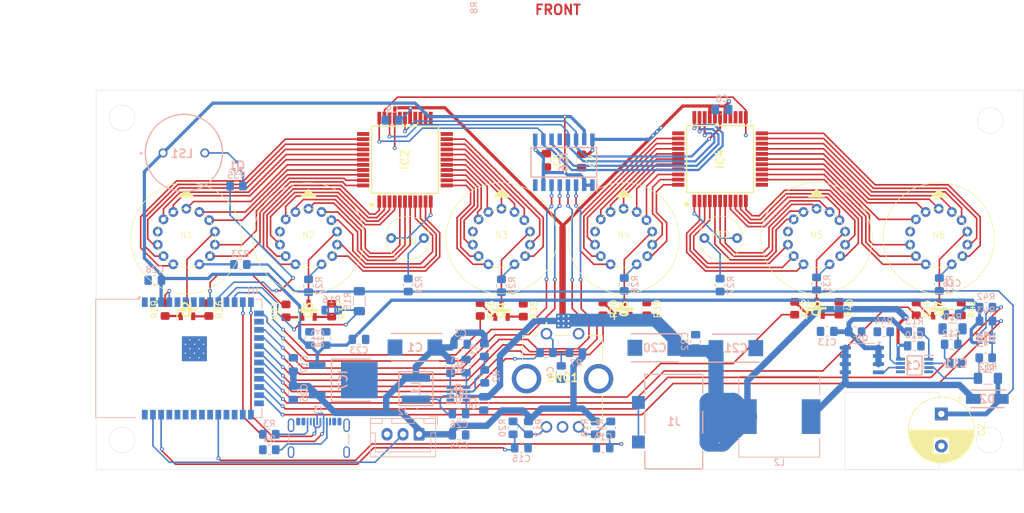
<source format=kicad_pcb>
(kicad_pcb (version 20240108) (generator "pcbnew") (generator_version "8.0")
  (layers (0 "F.Cu" signal) (31 "B.Cu" signal) (34 "B.Paste" user) (35 "F.Paste" user) (36 "B.SilkS" user "B.Silkscreen") (37 "F.SilkS" user "F.Silkscreen") (38 "B.Mask" user) (39 "F.Mask" user) (44 "Edge.Cuts" user))
  (net 0 "")
  (net 1 "GND")
  (net 2 "BUZZER")
  (net 3 "HV")
  (net 4 "ENC_B")
  (net 5 "ENC_A")
  (net 6 "+5V")
  (net 7 "+3.3V")
  (net 8 "N3_8")
  (net 9 "+12V")
  (net 10 "N2_4")
  (net 11 "Net-(IC2-~{BL})")
  (net 12 "N3_9")
  (net 13 "N2_6")
  (net 14 "N2_8")
  (net 15 "N1_6")
  (net 16 "Net-(IC1-COMP)")
  (net 17 "Net-(C12-Pad1)")
  (net 18 "Net-(IC1-FA{slash}SYNC{slash}SD)")
  (net 19 "Net-(IC1-FB)")
  (net 20 "Net-(IC1-DR)")
  (net 21 "N2_0")
  (net 22 "N3_6")
  (net 23 "N1_0")
  (net 25 "Net-(IC1-ISEN)")
  (net 26 "N3_0")
  (net 27 "NEON_1")
  (net 28 "N1_3")
  (net 29 "N2_7")
  (net 31 "N1_7")
  (net 32 "N2_5")
  (net 33 "Net-(IC2-DATA_INPUT)")
  (net 34 "Net-(IC2-~{LE})")
  (net 35 "N1_9")
  (net 36 "NEON_2")
  (net 37 "N1_2")
  (net 38 "N1_5")
  (net 39 "N3_1")
  (net 40 "N1_8")
  (net 41 "N1_4")
  (net 43 "N2_2")
  (net 44 "N2_9")
  (net 46 "N3_7")
  (net 47 "N3_4")
  (net 50 "N1_1")
  (net 51 "N3_3")
  (net 52 "N2_3")
  (net 53 "Net-(IC2-CLK)")
  (net 54 "N3_2")
  (net 55 "N2_1")
  (net 56 "N3_5")
  (net 57 "N6_6")
  (net 58 "N4_0")
  (net 59 "N6_1")
  (net 60 "N4_3")
  (net 61 "N6_3")
  (net 62 "N6_8")
  (net 63 "N5_3")
  (net 64 "N5_7")
  (net 65 "N5_4")
  (net 66 "N6_7")
  (net 67 "N5_5")
  (net 68 "N4_8")
  (net 69 "N4_2")
  (net 70 "N5_0")
  (net 72 "N4_9")
  (net 73 "N6_9")
  (net 74 "N4_4")
  (net 75 "N4_7")
  (net 76 "Net-(IC4-DATA_INPUT)")
  (net 77 "N6_5")
  (net 78 "N4_6")
  (net 79 "N6_0")
  (net 80 "N4_1")
  (net 81 "N5_2")
  (net 82 "N6_4")
  (net 83 "N5_1")
  (net 84 "N5_8")
  (net 85 "N5_6")
  (net 86 "N5_9")
  (net 87 "N6_2")
  (net 88 "N4_5")
  (net 89 "NX_DATA_INPUT")
  (net 90 "NX_LE")
  (net 91 "NX_BL")
  (net 92 "NX_CLK")
  (net 93 "DPOT_SDA")
  (net 94 "Net-(IC8-A)")
  (net 95 "DPOT_SCL")
  (net 96 "LED_DATA")
  (net 98 "USB_D+")
  (net 103 "USB_D-")
  (net 105 "Net-(J3-CC2)")
  (net 109 "Net-(J3-CC1)")
  (net 110 "Net-(Q2-D)")
  (net 112 "Net-(Q3-D)")
  (net 113 "Net-(Q4-D)")
  (net 114 "Net-(N4-Padu)")
  (net 116 "Net-(Q5-D)")
  (net 117 "Net-(Q6-D)")
  (net 118 "Net-(N5-Padu)")
  (net 119 "Net-(N6-Padu)")
  (net 120 "Net-(Q7-D)")
  (net 121 "Net-(N1-Padu)")
  (net 124 "Net-(Q2-G)")
  (net 125 "Net-(Q3-G)")
  (net 126 "Net-(Q4-G)")
  (net 127 "Net-(Q5-G)")
  (net 128 "Net-(Q6-G)")
  (net 129 "Net-(Q7-G)")
  (net 130 "HV_FB")
  (net 131 "NX_DOT_2")
  (net 132 "NX_DOT_3")
  (net 133 "NX_DOT_1")
  (net 134 "NX_DOT_4")
  (net 136 "NX_DOT_5")
  (net 137 "NX_DOT_6")
  (net 139 "DEBUG_UART_RX")
  (net 140 "DEBUG_UART_TX")
  (net 145 "Net-(C4-Pad1)")
  (net 147 "ENC_SW")
  (net 152 "Net-(Q1-G)")
  (net 155 "Net-(ENC1-PadA1)")
  (net 156 "Net-(ENC1-PadB1)")
  (net 157 "Net-(N2-Padu)")
  (net 158 "Net-(N3-Padu)")
  (net 159 "Net-(LS1--)")
  (net 160 "Net-(Q2-S)")
  (net 161 "Net-(Q3-S)")
  (net 162 "Net-(Q4-S)")
  (net 163 "Net-(Q5-S)")
  (net 164 "Net-(Q6-S)")
  (net 165 "Net-(Q7-S)")
  (net 166 "Net-(D2-A)")
  (net 167 "Net-(Q9-SOURCE_1)")
  (net 169 "Net-(IC3-VBST)")
  (net 170 "Net-(IC3-SW)")
  (net 171 "Net-(IC3-SS)")
  (net 172 "Net-(IC3-PG)")
  (net 173 "Net-(IC3-VFB)")
  (net 174 "Net-(NE1-Pad2)")
  (net 175 "Net-(NE2-Pad2)")
  (footprint "Capacitor_THT:CP_Radial_D10.0mm_P5.00mm" (layer "F.Cu") (at 207.4 69.332323 -90)
    (property "Reference" "C2")
    (property "Value" "12uF 250V")
  )
  (footprint "Resistor_SMD:R_0805_2012Metric_Pad1.20x1.40mm_HandSolder" (layer "F.Cu") (at 161.6 53 -90)
    (property "Reference" "R39")
    (property "Value" "51kΩ")
  )
  (footprint "nixie:neon_lamp" (layer "F.Cu") (at 124.4 42 180)
    (property "Reference" "NE1")
    (property "Value" "90V 0.3mA")
  )
  (footprint "SamacSys_Parts:QFP80P1390X1390X235-44N" (layer "F.Cu") (at 173 29.7 90)
    (property "Reference" "IC4")
    (property "Value" "HV5530PG-G" (hide yes))
  )
  (footprint "Resistor_SMD:R_0805_2012Metric_Pad1.20x1.40mm_HandSolder" (layer "F.Cu") (at 142.4 53.2 -90)
    (property "Reference" "R38")
    (property "Value" "51kΩ")
  )
  (footprint "SamacSys_Parts:SOT96P240X110-3N" (layer "F.Cu") (at 139 53.2 90)
    (property "Reference" "Q4")
    (property "Value" "DMN60H080DS-13" (hide yes))
  )
  (footprint "Capacitor_SMD:C_0805_2012Metric_Pad1.18x1.45mm_HandSolder" (layer "F.Cu") (at 151.45 30 -90)
    (property "Reference" "C7")
    (property "Value" "100nF 25V")
  )
  (footprint "Resistor_SMD:R_0805_2012Metric_Pad1.20x1.40mm_HandSolder" (layer "F.Cu") (at 203.5 53 -90)
    (property "Reference" "R34")
    (property "Value" "10k")
  )
  (footprint "nixie:Z570M" (layer "F.Cu") (at 90 42)
    (property "Reference" "N1")
    (property "Value" "Z570M")
  )
  (footprint "SamacSys_Parts:SOT96P240X110-3N" (layer "F.Cu") (at 158.1 53 90)
    (property "Reference" "Q5")
    (property "Value" "DMN60H080DS-13" (hide yes))
  )
  (footprint "Resistor_SMD:R_0805_2012Metric_Pad1.20x1.40mm_HandSolder" (layer "F.Cu") (at 191.5 52.9 -90)
    (property "Reference" "R40")
    (property "Value" "51kΩ")
  )
  (footprint "nixie:neon_lamp" (layer "F.Cu") (at 173.1 42)
    (property "Reference" "NE2")
    (property "Value" "90V 0.3mA")
  )
  (footprint "nixie:Z570M" (layer "F.Cu") (at 158 42)
    (property "Reference" "N4")
    (property "Value" "Z570M")
  )
  (footprint "Resistor_SMD:R_0805_2012Metric_Pad1.20x1.40mm_HandSolder" (layer "F.Cu") (at 86.7 53.1 90)
    (property "Reference" "R29")
    (property "Value" "10k")
  )
  (footprint "nixie:Z570M" (layer "F.Cu") (at 188 42)
    (property "Reference" "N5")
    (property "Value" "Z570M")
  )
  (footprint "SamacSys_Parts:SOT96P240X110-3N" (layer "F.Cu") (at 90.1 53.1 90)
    (property "Reference" "Q2")
    (property "Value" "DMN60H080DS-13" (hide yes))
  )
  (footprint "Resistor_SMD:R_0805_2012Metric_Pad1.20x1.40mm_HandSolder" (layer "F.Cu") (at 112.6 53.2 -90)
    (property "Reference" "R37")
    (property "Value" "51kΩ")
  )
  (footprint "Resistor_SMD:R_0805_2012Metric_Pad1.20x1.40mm_HandSolder" (layer "F.Cu") (at 105.5 53.3 90)
    (property "Reference" "R24")
    (property "Value" "10k")
  )
  (footprint "SamacSys_Parts:SOT96P240X110-3N" (layer "F.Cu") (at 188 52.9 90)
    (property "Reference" "Q6")
    (property "Value" "DMN60H080DS-13" (hide yes))
  )
  (footprint "Resistor_SMD:R_0805_2012Metric_Pad1.20x1.40mm_HandSolder" (layer "F.Cu") (at 210.5 53 -90)
    (property "Reference" "R41")
    (property "Value" "51kΩ")
  )
  (footprint "SamacSys_Parts:SOT96P240X110-3N" (layer "F.Cu") (at 109 53.2 90)
    (property "Reference" "Q3")
    (property "Value" "DMN60H080DS-13" (hide yes))
  )
  (footprint "Resistor_SMD:R_0805_2012Metric_Pad1.20x1.40mm_HandSolder" (layer "F.Cu") (at 135.7 53.1 -90)
    (property "Reference" "R26")
    (property "Value" "10k")
  )
  (footprint "SamacSys_Parts:PEC12R41BBFS0012" (layer "F.Cu") (at 146 56.85)
    (property "Reference" "ENC1")
    (property "Value" "RotaryEncoder_Switch" (hide yes))
  )
  (footprint "nixie:Z570M" (layer "F.Cu") (at 207 42)
    (property "Reference" "N6")
    (property "Value" "Z570M")
  )
  (footprint "Resistor_SMD:R_0805_2012Metric_Pad1.20x1.40mm_HandSolder" (layer "F.Cu") (at 184.6 52.9 -90)
    (property "Reference" "R32")
    (property "Value" "10k")
  )
  (footprint "Resistor_SMD:R_0805_2012Metric_Pad1.20x1.40mm_HandSolder" (layer "F.Cu") (at 93.5 53.1 -90)
    (property "Reference" "R36")
    (property "Value" "51kΩ" (hide yes))
  )
  (footprint "nixie:Z570M" (layer "F.Cu") (at 109 42)
    (property "Reference" "N2")
    (property "Value" "Z570M")
  )
  (footprint "nixie:Z570M" (layer "F.Cu") (at 139 42)
    (property "Reference" "N3")
    (property "Value" "Z570M")
  )
  (footprint "Capacitor_SMD:C_0805_2012Metric_Pad1.18x1.45mm_HandSolder" (layer "F.Cu") (at 146 29.9 -90)
    (property "Reference" "C6")
    (property "Value" "100nF 25V")
  )
  (footprint "SamacSys_Parts:SOT96P240X110-3N" (layer "F.Cu") (at 207.1 53 90)
    (property "Reference" "Q7")
    (property "Value" "DMN60H080DS-13" (hide yes))
  )
  (footprint "SamacSys_Parts:QFP80P1390X1390X235-44N" (layer "F.Cu") (at 124 29.8 90)
    (property "Reference" "IC2")
    (property "Value" "HV5530PG-G" (hide yes))
  )
  (footprint "Resistor_SMD:R_0805_2012Metric_Pad1.20x1.40mm_HandSolder" (layer "F.Cu") (at 154.8 53 -90)
    (property "Reference" "R30")
    (property "Value" "10k")
  )
  (footprint "Capacitor_SMD:C_0805_2012Metric_Pad1.18x1.45mm_HandSolder" (layer "B.Cu") (at 109.2 57.6 90)
    (property "Reference" "C18")
    (property "Value" "10uF 10V")
  )
  (footprint "Resistor_SMD:R_0805_2012Metric_Pad1.20x1.40mm_HandSolder" (layer "B.Cu") (at 203.25 56.55 180)
    (property "Reference" "R13")
    (property "Value" "100Ω")
  )
  (footprint "SamacSys_Parts:SSM3K35AMFVL3F" (layer "B.Cu") (at 97.85 30.725 180)
    (property "Reference" "Q1")
    (property "Value" "SSM3K35AMFV,L3F" (hide yes))
  )
  (footprint "Capacitor_SMD:C_0805_2012Metric_Pad1.18x1.45mm_HandSolder" (layer "B.Cu") (at 148.3 62.9 -90)
    (property "Reference" "C4")
    (property "Value" "100nF 25V")
  )
  (footprint "Resistor_SMD:R_0805_2012Metric_Pad1.20x1.40mm_HandSolder" (layer "B.Cu") (at 97.8 33.9 180)
    (property "Reference" "R35")
    (property "Value" "10k")
  )
  (footprint "SamacSys_Parts:SOT65P210X110-6N" (layer "B.Cu") (at 214.3 57.6)
    (property "Reference" "IC8")
    (property "Value" "MCP4018T-502E_LT" (hide yes))
  )
  (footprint "Capacitor_SMD:C_0805_2012Metric_Pad1.18x1.45mm_HandSolder" (layer "B.Cu") (at 203.2 58.75 180)
    (property "Reference" "C10")
    (property "Value" "100nF 25V")
  )
  (footprint "SamacSys_Parts:SOP65P490X110-8N" (layer "B.Cu") (at 203.25 61.8 180)
    (property "Reference" "IC1")
    (property "Value" "LM3488MM" (hide yes))
  )
  (footprint "Package_SO:SO-8_3.9x4.9mm_P1.27mm" (layer "B.Cu") (at 195.05 60.95 180)
    (property "Reference" "Q9")
    (property "Value" "TPH5200FNH,L1Q")
  )
  (footprint "Capacitor_SMD:C_0805_2012Metric_Pad1.18x1.45mm_HandSolder" (layer "B.Cu") (at 116.85 57.75)
    (property "Reference" "C23")
    (property "Value" "100nF 25V")
  )
  (footprint "Resistor_SMD:R_0805_2012Metric_Pad1.20x1.40mm_HandSolder" (layer "B.Cu") (at 158.1 49.2 90)
    (property "Reference" "R28")
    (property "Value" "27kΩ")
  )
  (footprint "Capacitor_SMD:C_0805_2012Metric_Pad1.18x1.45mm_HandSolder" (layer "B.Cu") (at 189.65 56.5)
    (property "Reference" "C13")
    (property "Value" "10pF 25V")
  )
  (footprint "Inductor_SMD:L_12x12mm_H6mm" (layer "B.Cu") (at 182.2 69.75)
    (property "Reference" "L2")
    (property "Value" "180uH 0.9A 6.3mΩ")
  )
  (footprint "Capacitor_SMD:C_0805_2012Metric_Pad1.18x1.45mm_HandSolder" (layer "B.Cu") (at 169.2 58.05 -90)
    (property "Reference" "C22")
    (property "Value" "100nF 25V")
  )
  (footprint "SamacSys_Parts:CAPPM7344X310N" (layer "B.Cu") (at 162.85 59.05 180)
    (property "Reference" "C20")
    (property "Value" "100uF 16V" (hide yes))
  )
  (footprint "SamacSys_Parts:XAL5030222MEC" (layer "B.Cu") (at 125.7 65.4 90)
    (property "Reference" "L1")
    (property "Value" "2.2uH 9.2A" (hide yes))
  )
  (footprint "Capacitor_SMD:C_0805_2012Metric_Pad1.18x1.45mm_HandSolder" (layer "B.Cu") (at 85.1 48.55 180)
    (property "Reference" "C28")
    (property "Value" "100nF 25V")
  )
  (footprint "SamacSys_Parts:SOT65P280X110-8N" (layer "B.Cu") (at 132.3 66.2)
    (property "Reference" "IC3")
    (property "Value" "TPS563219ADDFR" (hide yes))
  )
  (footprint "Resistor_SMD:R_0805_2012Metric_Pad1.20x1.40mm_HandSolder" (layer "B.Cu") (at 112.6 53.2 180)
    (property "Reference" "R16")
    (property "Value" "14.3kΩ")
  )
  (footprint "Resistor_SMD:R_0805_2012Metric_Pad1.20x1.40mm_HandSolder" (layer "B.Cu") (at 102.9 74.9 180)
    (property "Reference" "R4")
    (property "Value" "5.1kΩ")
  )
  (footprint "Capacitor_SMD:C_0805_2012Metric_Pad1.18x1.45mm_HandSolder" (layer "B.Cu") (at 106.64 66.05 90)
    (property "Reference" "C25")
    (property "Value" "100nF 25V")
  )
  (footprint "Resistor_SMD:R_1206_3216Metric_Pad1.30x1.75mm_HandSolder" (layer "B.Cu") (at 214.65 63.8 180)
    (property "Reference" "R12")
    (property "Value" "2.49MΩ")
  )
  (footprint "Capacitor_SMD:C_0805_2012Metric_Pad1.18x1.45mm_HandSolder" (layer "B.Cu") (at 209.05 53.8 180)
    (property "Reference" "C16")
    (property "Value" "100nF 25V")
  )
  (footprint "Resistor_SMD:R_0805_2012Metric_Pad1.20x1.40mm_HandSolder" (layer "B.Cu") (at 146 59.8 180)
    (property "Reference" "R8")
    (property "Value" "1k")
  )
  (footprint "Capacitor_SMD:C_0805_2012Metric_Pad1.18x1.45mm_HandSolder" (layer "B.Cu") (at 132.65 58.5 180)
    (property "Reference" "C3")
    (property "Value" "100nF 25V")
  )
  (footprint "SamacSys_Parts:C0805" (layer "B.Cu") (at 209.65 61.45)
    (property "Reference" "C11")
    (property "Value" "12pF 16V" (hide yes))
  )
  (footprint "Resistor_SMD:R_0805_2012Metric_Pad1.20x1.40mm_HandSolder" (layer "B.Cu") (at 153.6 71.5 -90)
    (property "Reference" "R18")
    (property "Value" "10k")
  )
  (footprint "Capacitor_SMD:C_0805_2012Metric_Pad1.18x1.45mm_HandSolder" (layer "B.Cu") (at 136.25 67.7 -90)
    (property "Reference" "C5")
    (property "Value" "100nF 25V")
  )
  (footprint "Capacitor_SMD:C_0805_2012Metric_Pad1.18x1.45mm_HandSolder" (layer "B.Cu") (at 111.7 57.6 -90)
    (property "Reference" "C19")
    (property "Value" "100nF 25V")
  )
  (footprint "SamacSys_Parts:AP736333D13" (layer "B.Cu") (at 114.51 64.09 90)
    (property "Reference" "IC7")
    (property "Value" "AP7363-33D-13" (hide yes))
  )
  (footprint "Resistor_SMD:R_0805_2012Metric_Pad1.20x1.40mm_HandSolder" (layer "B.Cu") (at 194.0125 56.55)
    (property "Reference" "R14" (hide yes))
    (property "Value" "75mΩ")
  )
  (footprint "SamacSys_Parts:SOIC127P780X200-16N" (layer "B.Cu") (at 148.7 30.2 90)
    (property "Reference" "IC6")
    (property "Value" "CD40109BQNSRQ1" (hide yes))
  )
  (footprint "Resistor_SMD:R_0805_2012Metric_Pad1.20x1.40mm_HandSolder" (layer "B.Cu") (at 173 49.3 90)
    (property "Reference" "R27")
    (property "Value" "390kΩ 1/2W")
  )
  (footprint "Resistor_SMD:R_0805_2012Metric_Pad1.20x1.40mm_HandSolder" (layer "B.Cu") (at 98.4 46.1 180)
    (property "Reference" "R23")
    (property "Value" "27kΩ")
  )
  (footprint "Capacitor_SMD:C_0805_2012Metric_Pad1.18x1.45mm_HandSolder" (layer "B.Cu") (at 122 23.65 180)
    (property "Reference" "C9")
    (property "Value" "100nF 25V")
  )
  (footprint "Capacitor_SMD:C_0805_2012Metric_Pad1.18x1.45mm_HandSolder" (layer "B.Cu") (at 132.4 69.3)
    (property "Reference" "C26")
    (property "Value" "100nF 25V")
  )
  (footprint "Resistor_SMD:R_1206_3216Metric_Pad1.30x1.75mm_HandSolder" (layer "B.Cu") (at 116.9 51.8 -90)
    (property "Reference" "R15")
    (property "Value" "1MΩ")
  )
  (footprint "Resistor_SMD:R_0805_2012Metric_Pad1.20x1.40mm_HandSolder" (layer "B.Cu") (at 214.35 52.75 180)
    (property "Reference" "R42")
    (property "Value" "5.1kΩ")
  )
  (footprint "Resistor_SMD:R_0805_2012Metric_Pad1.20x1.40mm_HandSolder" (layer "B.Cu") (at 150.6 59.8)
    (property "Reference" "R7")
    (property "Value" "10k")
  )
  (footprint "Resistor_SMD:R_0805_2012Metric_Pad1.20x1.40mm_HandSolder" (layer "B.Cu") (at 198.45 56.55 180)
    (property "Reference" "R44")
    (property "Value" "27kΩ")
  )
  (footprint "Resistor_SMD:R_0805_2012Metric_Pad1.20x1.40mm_HandSolder" (layer "B.Cu") (at 136.35 59.4 -90)
    (property "Reference" "R1")
    (property "Value" "56kΩ")
  )
  (footprint "Resistor_SMD:R_0805_2012Metric_Pad1.20x1.40mm_HandSolder" (layer "B.Cu") (at 109 49.4 90)
    (property "Reference" "R22")
    (property "Value" "27kΩ")
  )
  (footprint "Capacitor_SMD:C_0805_2012Metric_Pad1.18x1.45mm_HandSolder" (layer "B.Cu") (at 142.1 74.6)
    (property "Reference" "C15")
    (property "Value" "100nF 25V")
  )
  (footprint "SamacSys_Parts:CAPPM7344X310N" (layer "B.Cu") (at 125.55 59 180)
    (property "Reference" "C1")
    (property "Value" "100uF 16V" (hide yes))
  )
  (footprint "Resistor_SMD:R_0805_2012Metric_Pad1.20x1.40mm_HandSolder" (layer "B.Cu") (at 124.5 49.3 90)
    (property "Reference" "R21")
    (property "Value" "390kΩ 1/2W")
  )
  (footprint "Resistor_SMD:R_0805_2012Metric_Pad1.20x1.40mm_HandSolder" (layer "B.Cu") (at 214.35 54.9 180)
    (property "Reference" "R43")
    (property "Value" "5.1kΩ")
  )
  (footprint "Resistor_SMD:R_0805_2012Metric_Pad1.20x1.40mm_HandSolder" (layer "B.Cu") (at 102.9 72.5 180)
    (property "Reference" "R3")
    (property "Value" "5.1kΩ")
  )
  (footprint "Capacitor_SMD:C_0805_2012Metric_Pad1.18x1.45mm_HandSolder" (layer "B.Cu") (at 132.4 72.6)
    (property "Reference" "C24")
    (property "Value" "100nF 25V")
  )
  (footprint "Capacitor_SMD:C_0805_2012Metric_Pad1.18x1.45mm_HandSolder" (layer "B.Cu") (at 133.5 61.9 -90)
    (property "Reference" "C27")
    (property "Value" "10pF 25V")
  )
  (footprint "Capacitor_SMD:C_0805_2012Metric_Pad1.18x1.45mm_HandSolder" (layer "B.Cu") (at 154.8 74.6 180)
    (property "Reference" "C14")
    (property "Value" "100nF 25V")
  )
  (footprint "Connector_JST:JST_XH_B3B-XH-A_1x03_P2.50mm_Vertical" (layer "B.Cu") (at 126.2 72.5 180)
    (property "Reference" "J2")
    (property "Value" "JST XH 2.54 3 pin")
  )
  (footprint "Resistor_SMD:R_0805_2012Metric_Pad1.20x1.40mm_HandSolder" (layer "B.Cu") (at 131.1 62 90)
    (property "Reference" "R5")
    (property "Value" "100kΩ")
  )
  (footprint "Resistor_SMD:R_0805_2012Metric_Pad1.20x1.40mm_HandSolder" (layer "B.Cu") (at 143.2 71.5 90)
    (property "Reference" "R17")
    (property "Value" "10k")
  )
  (footprint "Resistor_SMD:R_0805_2012Metric_Pad1.20x1.40mm_HandSolder" (layer "B.Cu") (at 140.8 71.5 -90)
    (property "Reference" "R20")
    (property "Value" "10k")
  )
  (footprint "Resistor_SMD:R_0805_2012Metric_Pad1.20x1.40mm_HandSolder" (layer "B.Cu") (at 136.4 63.5 -90)
    (property "Reference" "R2")
    (property "Value" "10kΩ")
  )
  (footprint "Resistor_SMD:R_1206_3216Metric_Pad1.30x1.75mm_HandSolder" (layer "B.Cu") (at 209.15 56.1 180)
    (property "Reference" "R10")
    (property "Value" "1MΩ")
  )
  (footprint "Capacitor_SMD:C_0805_2012Metric_Pad1.18x1.45mm_HandSolder" (layer "B.Cu") (at 173.3 22 180)
    (property "Reference" "C8")
    (property "Value" "100nF 25V")
  )
  (footprint "SamacSys_Parts:CEM-1203_42_" (layer "B.Cu") (at 89.625795 28.75)
    (property "Reference" "LS1")
    (property "Value" "CEM-1203_42_" (hide yes))
  )
  (footprint "Resistor_SMD:R_0805_2012Metric_Pad1.20x1.40mm_HandSolder" (layer "B.Cu") (at 139 49.4 90)
    (property "Reference" "R25")
    (property "Value" "27kΩ")
  )
  (footprint "Capacitor_SMD:C_0805_2012Metric_Pad1.18x1.45mm_HandSolder" (layer "B.Cu") (at 106.64 61.64 90)
    (property "Reference" "C17")
    (property "Value" "10uF 10V")
  )
  (footprint "Resistor_SMD:R_0805_2012Metric_Pad1.20x1.40mm_HandSolder" (layer "B.Cu") (at 188 49.1 90)
    (property "Reference" "R31")
    (property "Value" "27kΩ")
  )
  (footprint "SamacSys_Parts:DIOM5227X260N" (layer "B.Cu") (at 214.55 67 180)
    (property "Reference" "D2")
    (property "Value" "ES1G" (hide yes))
  )
  (footprint "Resistor_SMD:R_0805_2012Metric_Pad1.20x1.40mm_HandSolder" (layer "B.Cu") (at 156 71.5 -90)
    (property "Reference" "R19")
    (property "Value" "10k")
  )
  (footprint "SamacSys_Parts:DCJ20005AK1A" (layer "B.Cu") (at 165.8 70.525 180)
    (property "Reference" "J1")
    (property "Value" "DCPLUG 2x6.4mm 2A" (hide yes))
  )
  (footprint "Resistor_SMD:R_0805_2012Metric_Pad1.20x1.40mm_HandSolder" (layer "B.Cu") (at 214.3 60.6)
    (property "Reference" "R11")
    (property "Value" "14.3kΩ")
  )
  (footprint "Resistor_SMD:R_0805_2012Metric_Pad1.20x1.40mm_HandSolder" (layer "B.Cu") (at 207.1 49.2 90)
    (property "Reference" "R33")
    (property "Value" "27kΩ")
  )
  (footprint "Capacitor_SMD:C_0805_2012Metric_Pad1.18x1.45mm_HandSolder" (layer "B.Cu") (at 208.95 58.5 180)
    (property "Reference" "C12")
    (property "Value" "220pF 50V")
  )
  (footprint "SamacSys_Parts:CAPPM7344X310N" (layer "B.Cu") (at 175.45 59.1)
    (property "Reference" "C21")
    (property "Value" "100uF 16V" (hide yes))
  )
  (footprint "RF_Module:ESP32-S3-WROOM-1" (layer "B.Cu") (at 88.8 60.7 -90)
    (property "Reference" "U1")
    (property "Value" "ESP32-S3-WROOM-1")
  )
  (footprint "Connector_USB:USB_C_Receptacle_GCT_USB4105-xx-A_16P_TopMnt_Horizontal" (layer "B.Cu") (at 110.6 74.2 180)
    (property "Reference" "J3")
    (property "Value" "USB_C_Receptacle_USB2.0_16P")
  )
  (gr_line (start 207.0618 77.9752) (end 193.0618 77.9752) (stroke (width 0.05)) (layer "Edge.Cuts"))
  (gr_line (start 193.0618 65.9752) (end 192.4 65.975) (stroke (width 0.05)) (layer "Edge.Cuts"))
  (gr_rect (start 75.9616 19) (end 220.2384 77.9788) (stroke (width 0.05)) (fill none) (layer "Edge.Cuts"))
  (gr_line (start 193.0618 77.9752) (end 192.4 77.9752) (stroke (width 0.05)) (layer "Edge.Cuts"))
  (gr_line (start 207.0618 65.9752) (end 207.0618 66.9752) (stroke (width 0.05)) (layer "Edge.Cuts"))
  (gr_line (start 193.0618 65.9752) (end 207.0618 65.9752) (stroke (width 0.05)) (layer "Edge.Cuts"))
  (gr_line (start 192.4 77.9752) (end 192.4 66.9752) (stroke (width 0.05)) (layer "Edge.Cuts"))
  (gr_line (start 207.0618 76.9752) (end 207.0618 77.9752) (stroke (width 0.05)) (layer "Edge.Cuts"))
  (gr_circle (center 215 23.7) (end 217 23.7) (stroke (width 0.05)) (fill none) (layer "Edge.Cuts"))
  (gr_circle (center 80 23.3) (end 82 23.3) (stroke (width 0.05)) (fill none) (layer "Edge.Cuts"))
  (gr_circle (center 80 73.4) (end 82 73.4) (stroke (width 0.05)) (fill none) (layer "Edge.Cuts"))
  (gr_line (start 192.4 65.975) (end 192.4 66.9752) (stroke (width 0.05)) (layer "Edge.Cuts"))
  (gr_circle (center 214.9 73.4) (end 216.9 73.4) (stroke (width 0.05)) (fill none) (layer "Edge.Cuts"))
  (gr_text "FRONT\n" (at 144.0434 7.366 0) (layer "F.Cu") (effects (font (size 1.5 1.5) (thickness 0.3) (bold yes)) (justify left bottom)))
  (segment (start 160.3 73.7) (end 160.3 67.55) (width 0.25) (layer "B.Cu") (net 1))
  (segment (start 104.6375 50.1625) (end 104.0125 50.1625) (width 0.25) (layer "F.Cu") (net 2))
  (segment (start 106.6 48.2) (end 104.6375 50.1625) (width 0.25) (layer "F.Cu") (net 2))
  (segment (start 104.0125 50.1625) (end 104.0625 50.1625) (width 0.25) (layer "F.Cu") (net 2))
  (via (at 104.0125 50.1625) (size 0.6) (drill 0.3) (layers "F.Cu" "B.Cu") (net 2))
  (via (at 106.6 48.2) (size 0.6) (drill 0.3) (layers "F.Cu" "B.Cu") (net 2))
  (segment (start 106.6 48.2) (end 106.55 48.15) (width 0.25) (layer "B.Cu") (net 2))
  (segment (start 97.375 48.85) (end 101.975 48.85) (width 0.25) (layer "B.Cu") (net 2))
  (segment (start 103.2875 50.1625) (end 104.0125 50.1625) (width 0.25) (layer "B.Cu") (net 2))
  (segment (start 96.8 33.9) (end 96.8 38.4) (width 0.25) (layer "B.Cu") (net 2))
  (segment (start 94.97 51.255) (end 97.375 48.85) (width 0.25) (layer "B.Cu") (net 2))
  (segment (start 101.975 48.85) (end 103.2875 50.1625) (width 0.25) (layer "B.Cu") (net 2))
  (segment (start 96.8 38.4) (end 106.6 48.2) (width 0.25) (layer "B.Cu") (net 2))
  (segment (start 94.97 51.95) (end 94.97 51.255) (width 0.25) (layer "B.Cu") (net 2))
  (segment (start 217.05 67) (end 216.7 67) (width 0.25) (layer "B.Cu") (net 3))
  (segment (start 139.05 50.3) (end 157.95 50.3) (width 0.35) (layer "B.Cu") (net 3))
  (segment (start 102.65 46.1) (end 99.4 46.1) (width 0.35) (layer "B.Cu") (net 3))
  (segment (start 218.55 65.5) (end 217.05 67) (width 0.25) (layer "B.Cu") (net 3))
  (segment (start 218.55 52.45) (end 216.3 50.2) (width 0.25) (layer "B.Cu") (net 3))
  (segment (start 108.9 50.3) (end 106.85 50.3) (width 0.35) (layer "B.Cu") (net 3))
  (segment (start 106.85 50.3) (end 102.65 46.1) (width 0.35) (layer "B.Cu") (net 3))
  (segment (start 207.4 69.332323) (end 214.367677 69.332323) (width 0.75) (layer "B.Cu") (net 3))
  (segment (start 173 50.3) (end 187.8 50.3) (width 0.35) (layer "B.Cu") (net 3))
  (segment (start 216.3 50.2) (end 207.1 50.2) (width 0.25) (layer "B.Cu") (net 3))
  (segment (start 158.1 50.3) (end 172.9 50.3) (width 0.35) (layer "B.Cu") (net 3))
  (segment (start 187.8 50.3) (end 188 50.1) (width 0.35) (layer "B.Cu") (net 3))
  (segment (start 172.9 50.4) (end 173 50.3) (width 0.35) (layer "B.Cu") (net 3))
  (segment (start 214.367677 69.332323) (end 216.7 67) (width 0.75) (layer "B.Cu") (net 3))
  (segment (start 188.1 50.3) (end 207.2 50.3) (width 0.35) (layer "B.Cu") (net 3))
  (segment (start 207.6868 69.045523) (end 207.4 69.332323) (width 0.25) (layer "B.Cu") (net 3))
  (segment (start 207.4 69.332323) (end 207.7368 68.995523) (width 0.35) (layer "B.Cu") (net 3))
  (segment (start 157.9 50.4) (end 158.1 50.2) (width 0.35) (layer "B.Cu") (net 3))
  (segment (start 218.55 65.5) (end 218.55 52.45) (width 0.25) (layer "B.Cu") (net 3))
  (segment (start 216.2 66.5) (end 216.7 67) (width 0.75) (layer "B.Cu") (net 3))
  (segment (start 216.2 63.8) (end 216.2 66.5) (width 0.75) (layer "B.Cu") (net 3))
  (segment (start 109.1 50.3) (end 139.1 50.3) (width 0.35) (layer "B.Cu") (net 3))
  (segment (start 118.85 74) (end 157.65 74) (width 0.25) (layer "F.Cu") (net 4))
  (segment (start 95 76.225) (end 95.325 76.55) (width 0.25) (layer "F.Cu") (net 4))
  (segment (start 157.55 74) (end 157.55 74) (width 0.25) (layer "F.Cu") (net 4))
  (segment (start 157.65 73.9) (end 157.6 73.95) (width 0.25) (layer "F.Cu") (net 4))
  (segment (start 116.3 76.55) (end 118.85 74) (width 0.25) (layer "F.Cu") (net 4))
  (segment (start 157.65 74) (end 157.65 73.9) (width 0.25) (layer "F.Cu") (net 4))
  (segment (start 95.325 76.55) (end 116.3 76.55) (width 0.25) (layer "F.Cu") (net 4))
  (via (at 157.65 74) (size 0.6) (drill 0.3) (layers "F.Cu" "B.Cu") (net 4))
  (via (at 95 76.225) (size 0.6) (drill 0.3) (layers "F.Cu" "B.Cu") (net 4))
  (segment (start 157.65 74) (end 156.4375 74) (width 0.25) (layer "B.Cu") (net 4))
  (segment (start 156.4375 74) (end 155.8375 74.6) (width 0.25) (layer "B.Cu") (net 4))
  (segment (start 95 76.225) (end 94.97 76.195) (width 0.25) (layer "B.Cu") (net 4))
  (segment (start 155.8375 72.6625) (end 156 72.5) (width 0.25) (layer "B.Cu") (net 4))
  (segment (start 155.8375 74.6) (end 155.8375 72.6625) (width 0.25) (layer "B.Cu") (net 4))
  (segment (start 94.97 76.195) (end 94.97 69.45) (width 0.25) (layer "B.Cu") (net 4))
  (segment (start 139.25 74.6) (end 139.55 74.9) (width 0.25) (layer "F.Cu") (net 5))
  (segment (start 88.3 77.15) (end 116.6 77.15) (width 0.25) (layer "F.Cu") (net 5))
  (segment (start 119.15 74.6) (end 139.25 74.6) (width 0.25) (layer "F.Cu") (net 5))
  (segment (start 116.6 77.15) (end 119.15 74.6) (width 0.25) (layer "F.Cu") (net 5))
  (segment (start 86.191942 75.041942) (end 88.3 77.15) (width 0.25) (layer "F.Cu") (net 5))
  (segment (start 86.191942 74.808058) (end 86.191942 75.041942) (width 0.25) (layer "F.Cu") (net 5))
  (via (at 86.191942 74.808058) (size 0.6) (drill 0.3) (layers "F.Cu" "B.Cu") (net 5))
  (via (at 139.55 74.9) (size 0.6) (drill 0.3) (layers "F.Cu" "B.Cu") (net 5))
  (segment (start 141.0625 74.4) (end 141.0625 72.5625) (width 0.25) (layer "B.Cu") (net 5))
  (segment (start 141.0625 72.5625) (end 141 72.5) (width 0.25) (layer "B.Cu") (net 5))
  (segment (start 139.55 74.9) (end 140.7625 74.9) (width 0.25) (layer "B.Cu") (net 5))
  (segment (start 140.7625 74.9) (end 141.0625 74.6) (width 0.25) (layer "B.Cu") (net 5))
  (segment (start 86.08 74.696116) (end 86.08 69.45) (width 0.25) (layer "B.Cu") (net 5))
  (segment (start 86.191942 74.808058) (end 86.08 74.696116) (width 0.25) (layer "B.Cu") (net 5))
  (segment (start 123.55 69.175) (end 126.2 71.825) (width 1) (layer "B.Cu") (net 6))
  (segment (start 126.2 72.5) (end 131.2625 72.5) (width 1) (layer "B.Cu") (net 6))
  (segment (start 132.1 71.175) (end 131.3625 71.9125) (width 1) (layer "B.Cu") (net 6))
  (segment (start 151.6 68.5) (end 153.6 70.5) (width 1) (layer "B.Cu") (net 6))
  (segment (start 128.65 59) (end 129.1 59) (width 1) (layer "B.Cu") (net 6))
  (segment (start 110.326 66.4) (end 110.35 66.376) (width 0.25) (layer "B.Cu") (net 6))
  (segment (start 150.2 68.5) (end 151.6 68.5) (width 1) (layer "B.Cu") (net 6))
  (segment (start 125.7 61.95) (end 128.65 59) (width 1) (layer "B.Cu") (net 6))
  (segment (start 136.35 58.4) (end 136.35 57.875) (width 0.25) (layer "B.Cu") (net 6))
  (segment (start 113.149 69.175) (end 121.075 69.175) (width 1) (layer "B.Cu") (net 6))
  (segment (start 121.075 66.76) (end 121.075 69.175) (width 1) (layer "B.Cu") (net 6))
  (segment (start 125.7 63.745) (end 124.09 63.745) (width 1) (layer "B.Cu") (net 6))
  (segment (start 108.9865 65.0125) (end 110.35 66.376) (width 1) (layer "B.Cu") (net 6))
  (segment (start 143.2 70.5) (end 143.2 69.65) (width 1) (layer "B.Cu") (net 6))
  (segment (start 124.09 63.745) (end 121.075 66.76) (width 1) (layer "B.Cu") (net 6))
  (segment (start 145.2 68.5) (end 143.2 70.5) (width 1) (layer "B.Cu") (net 6))
  (segment (start 150.2 61.9) (end 150.2 68.5) (width 1) (layer "B.Cu") (net 6))
  (segment (start 106.64 65.0125) (end 106.64 62.6775) (width 1) (layer "B.Cu") (net 6))
  (segment (start 126.2 71.825) (end 126.2 72.5) (width 1) (layer "B.Cu") (net 6))
  (segment (start 131.1 59.0125) (end 131.6125 58.5) (width 0.25) (layer "B.Cu") (net 6))
  (segment (start 131.1125 59) (end 131.6125 58.5) (width 1) (layer "B.Cu") (net 6))
  (segment (start 131.6125 57.775) (end 131.6125 58.5) (width 1) (layer "B.Cu") (net 6))
  (segment (start 151.6 60.5) (end 150.2 61.9) (width 1) (layer "B.Cu") (net 6))
  (segment (start 110.35 66.376) (end 113.149 69.175) (width 1) (layer "B.Cu") (net 6))
  (segment (start 121.075 69.175) (end 123.55 69.175) (width 1) (layer "B.Cu") (net 6))
  (segment (start 135.9 56.7) (end 132.6875 56.7) (width 1) (layer "B.Cu") (net 6))
  (segment (start 131.2625 72.5) (end 131.3625 72.6) (width 1) (layer "B.Cu") (net 6))
  (segment (start 142.35 68.8) (end 139.1 68.8) (width 1) (layer "B.Cu") (net 6))
  (segment (start 128.65 59) (end 131.1125 59) (width 1) (layer "B.Cu") (net 6))
  (segment (start 136.725 71.175) (end 132.1 71.175) (width 1) (layer "B.Cu") (net 6))
  (segment (start 139.1 68.8) (end 136.725 71.175) (width 1) (layer "B.Cu") (net 6))
  (segment (start 131.3625 71.9125) (end 131.3625 72.6) (width 1) (layer "B.Cu") (net 6))
  (segment (start 136.35 57.15) (end 135.9 56.7) (width 1) (layer "B.Cu") (net 6))
  (segment (start 151.6 59.8) (end 151.6 60.5) (width 1) (layer "B.Cu") (net 6))
  (segment (start 106.64 65.0125) (end 108.9865 65.0125) (width 1) (layer "B.Cu") (net 6))
  (segment (start 136.35 58.4) (end 136.35 57.15) (width 1) (layer "B.Cu") (net 6))
  (segment (start 129.1 59) (end 131.1 61) (width 1) (layer "B.Cu") (net 6))
  (segment (start 143.2 69.65) (end 142.35 68.8) (width 1) (layer "B.Cu") (net 6))
  (segment (start 150.2 68.5) (end 145.2 68.5) (width 1) (layer "B.Cu") (net 6))
  (segment (start 125.7 63.745) (end 125.7 61.95) (width 1) (layer "B.Cu") (net 6))
  (segment (start 132.6875 56.7) (end 131.6125 57.775) (width 1) (layer "B.Cu") (net 6))
  (segment (start 144.9125 28.8625) (end 144.35 28.3) (width 0.5) (layer "F.Cu") (net 7))
  (segment (start 144.3 28.3) (end 144.3 28.3) (width 0.25) (layer "F.Cu") (net 7))
  (segment (start 144.35 28.35) (end 144.35 28.3) (width 0.25) (layer "F.Cu") (net 7))
  (segment (start 148.85 23.1) (end 148.85 31.75) (width 0.25) (layer "F.Cu") (net 7))
  (segment (start 146 28.8625) (end 144.9125 28.8625) (width 0.5) (layer "F.Cu") (net 7))
  (segment (start 144.35 28.3) (end 144.3 28.3) (width 0.25) (layer "F.Cu") (net 7))
  (via (at 148.85 23.1) (size 0.6) (drill 0.3) (layers "F.Cu" "B.Cu") (net 7))
  (via (at 148.85 31.75) (size 0.6) (drill 0.3) (layers "F.Cu" "B.Cu") (net 7))
  (via (at 144.35 28.3) (size 0.6) (drill 0.3) (layers "F.Cu" "B.Cu") (net 7))
  (segment (start 149.7495 23.1) (end 148.85 23.1) (width 0.5) (layer "B.Cu") (net 7))
  (segment (start 110.35 61.804) (end 110.35 59.7875) (width 0.5) (layer "B.Cu") (net 7))
  (segment (start 151.875 26.638) (end 151.875 25.2255) (width 0.5) (layer "B.Cu") (net 7))
  (segment (start 148.85 31.75) (end 149.25 32.15) (width 0.5) (layer "B.Cu") (net 7))
  (segment (start 84.81 51.95) (end 86.08 51.95) (width 0.5) (layer "B.Cu") (net 7))
  (segment (start 213.35 52.75) (end 213.35 54.9) (width 0.5) (layer "B.Cu") (net 7))
  (segment (start 149.25 32.15) (end 151.25 32.15) (width 0.5) (layer "B.Cu") (net 7))
  (segment (start 86.08 48.6075) (end 86.1375 48.55) (width 0.5) (layer "B.Cu") (net 7))
  (segment (start 86.1375 48.55) (end 86.1375 47.7625) (width 0.5) (layer "B.Cu") (net 7))
  (segment (start 145.525 31.8) (end 148.8 31.8) (width 0.5) (layer "B.Cu") (net 7))
  (segment (start 127.675 23.1) (end 125.575 21) (width 0.5) (layer "B.Cu") (net 7))
  (segment (start 86.08 51.95) (end 86.08 48.6075) (width 0.5) (layer "B.Cu") (net 7))
  (segment (start 148.8 31.8) (end 148.85 31.75) (width 0.5) (layer "B.Cu") (net 7))
  (segment (start 114.925 58.6375) (end 115.8125 57.75) (width 0.5) (layer "B.Cu") (net 7))
  (segment (start 83.475 45.1) (end 83.475 31.650795) (width 0.5) (layer "B.Cu") (net 7))
  (segment (start 86.4125 48.275) (end 93.4 48.275) (width 0.5) (layer "B.Cu") (net 7))
  (segment (start 211.1375 52.75) (end 210.0875 53.8) (width 0.5) (layer "B.Cu") (net 7))
  (segment (start 102.725 47.625) (end 107.625 52.525) (width 0.5) (layer "B.Cu") (net 7))
  (segment (start 145.525 31.8) (end 145.525 29.475) (width 0.5) (layer "B.Cu") (net 7))
  (segment (start 151.875 25.2255) (end 149.7495 23.1) (width 0.5) (layer "B.Cu") (net 7))
  (segment (start 125.575 21) (end 94.125795 21) (width 0.5) (layer "B.Cu") (net 7))
  (segment (start 213.3 58.25) (end 212.3 58.25) (width 0.5) (layer "B.Cu") (net 7))
  (segment (start 145.525 33.762) (end 145.525 31.8) (width 0.5) (layer "B.Cu") (net 7))
  (segment (start 110.35 59.7875) (end 109.2 58.6375) (width 0.5) (layer "B.Cu") (net 7))
  (segment (start 110.35 59.9875) (end 111.7 58.6375) (width 0.5) (layer "B.Cu") (net 7))
  (segment (start 212.05 56.2) (end 213.35 54.9) (width 0.5) (layer "B.Cu") (net 7))
  (segment (start 94.05 47.625) (end 102.725 47.625) (width 0.5) (layer "B.Cu") (net 7))
  (segment (start 212.05 58) (end 212.05 56.2) (width 0.5) (layer "B.Cu") (net 7))
  (segment (start 94.125795 21) (end 86.375795 28.75) (width 0.5) (layer "B.Cu") (net 7))
  (segment (start 151.25 32.15) (end 151.875 32.775) (width 0.5) (layer "B.Cu") (net 7))
  (segment (start 212.3 58.25) (end 212.05 58) (width 0.5) (layer "B.Cu") (net 7))
  (segment (start 121.9125 51.65) (end 212.25 51.65) (width 0.5) (layer "B.Cu") (net 7))
  (segment (start 144.35 26.733) (end 144.255 26.638) (width 0.25) (layer "B.Cu") (net 7))
  (segment (start 212.25 51.65) (end 213.35 52.75) (width 0.5) (layer "B.Cu") (net 7))
  (segment (start 110.35 61.804) (end 110.35 59.9875) (width 0.5) (layer "B.Cu") (net 7))
  (segment (start 144.255 28.205) (end 144.35 28.3) (width 0.5) (layer "B.Cu") (net 7))
  (segment (start 145.525 29.475) (end 144.35 28.3) (width 0.5) (layer "B.Cu") (net 7))
  (segment (start 107.625 52.525) (end 107.625 57.5) (width 0.5) (layer "B.Cu") (net 7))
  (segment (start 144.255 26.638) (end 144.255 28.205) (width 0.5) (layer "B.Cu") (net 7))
  (segment (start 145.525 33.762) (end 145.525 33.1995) (width 0.25) (layer "B.Cu") (net 7))
  (segment (start 108.7625 58.6375) (end 109.2 58.6375) (width 0.5) (layer "B.Cu") (net 7))
  (segment (start 86.1375 47.7625) (end 83.475 45.1) (width 0.5) (layer "B.Cu") (net 7))
  (segment (start 83.475 31.650795) (end 86.375795 28.75) (width 0.5) (layer "B.Cu") (net 7))
  (segment (start 111.7 58.6375) (end 114.925 58.6375) (width 0.5) (layer "B.Cu") (net 7))
  (segment (start 115.8125 57.58909) (end 115.8125 57.75) (width 0.25) (layer "B.Cu") (net 7))
  (segment (start 148.85 23.1) (end 127.675 23.1) (width 0.5) (layer "B.Cu") (net 7))
  (segment (start 153.145 33.028884) (end 153.145 33.762) (width 0.25) (layer "B.Cu") (net 7))
  (segment (start 86.1375 48.55) (end 86.4125 48.275) (width 0.5) (layer "B.Cu") (net 7))
  (segment (start 151.875 32.775) (end 151.875 33.762) (width 0.5) (layer "B.Cu") (net 7))
  (segment (start 107.625 57.5) (end 108.7625 58.6375) (width 0.5) (layer "B.Cu") (net 7))
  (segment (start 151.875 33.762) (end 153.145 33.762) (width 0.5) (layer "B.Cu") (net 7))
  (segment (start 210.0875 53.8) (end 210.0875 53.3875) (width 0.25) (layer "B.Cu") (net 7))
  (segment (start 115.8125 57.75) (end 121.9125 51.65) (width 0.5) (layer "B.Cu") (net 7))
  (segment (start 213.35 52.75) (end 211.1375 52.75) (width 0.5) (layer "B.Cu") (net 7))
  (segment (start 93.4 48.275) (end 94.05 47.625) (width 0.5) (layer "B.Cu") (net 7))
  (segment (start 130.5 28.2) (end 133.355636 28.2) (width 0.25) (layer "F.Cu") (net 8))
  (segment (start 142.556 37.400364) (end 142.556 39.206) (width 0.25) (layer "F.Cu") (net 8))
  (segment (start 133.355636 28.2) (end 142.556 37.400364) (width 0.25) (layer "F.Cu") (net 8))
  (segment (start 149.4 54.15) (end 149.425 54.125) (width 0.5) (layer "F.Cu") (net 9))
  (segment (start 148.65 40.175) (end 130.2 21.725) (width 0.5) (layer "F.Cu") (net 9))
  (segment (start 200.675 55.475) (end 200.675 58.625) (width 0.5) (layer "F.Cu") (net 9))
  (segment (start 122.4 23.3) (end 122.4 27.7) (width 0.25) (layer "F.Cu") (net 9))
  (segment (start 148.65 39.960661) (end 148.65 40.175) (width 0.5) (layer "F.Cu") (net 9))
  (segment (start 122.425 21.725) (end 122.425 21.825) (width 0.5) (layer "F.Cu") (net 9))
  (segment (start 124.8 21.8125) (end 124.8 23.3) (width 0.5) (layer "F.Cu") (net 9))
  (segment (start 122.425 21.825) (end 122.4 21.85) (width 0.5) (layer "F.Cu") (net 9))
  (segment (start 163.8 24.85) (end 167.2 21.45) (width 0.5) (layer "F.Cu") (net 9))
  (segment (start 163.760661 24.85) (end 163.2 25.410661) (width 0.5) (layer "F.Cu") (net 9))
  (segment (start 171.275 21.45) (end 173.8 21.45) (width 0.5) (layer "F.Cu") (net 9))
  (segment (start 152.5375 28.9625) (end 153.15 28.35) (width 0.5) (layer "F.Cu") (net 9))
  (segment (start 130.2 21.725) (end 122.425 21.725) (width 0.5) (layer "F.Cu") (net 9))
  (segment (start 148.5 53.975) (end 148.5 40.325) (width 1) (layer "F.Cu") (net 9))
  (segment (start 200.675 58.625) (end 200.7 58.65) (width 0.5) (layer "F.Cu") (net 9))
  (segment (start 124.8625 21.75) (end 129.883452 21.75) (width 0.25) (layer "F.Cu") (net 9))
  (segment (start 201.825 54.325) (end 200.675 55.475) (width 0.5) (layer "F.Cu") (net 9))
  (segment (start 151.45 28.9625) (end 152.5375 28.9625) (width 0.5) (layer "F.Cu") (net 9))
  (segment (start 173.8 21.45) (end 173.8 23.2) (width 0.5) (layer "F.Cu") (net 9))
  (segment (start 163.185661 25.425) (end 162.575 26.035661) (width 0.5) (layer "F.Cu") (net 9))
  (segment (start 171.4 21.575) (end 171.4 23.2) (width 0.5) (layer "F.Cu") (net 9))
  (segment (start 163.8 24.85) (end 163.760661 24.85) (width 0.5) (layer "F.Cu") (net 9))
  (segment (start 174.4 20.85) (end 174.4 20.7) (width 0.5) (layer "F.Cu") (net 9))
  (segment (start 173.8 21.9) (end 173.8 23.2) (width 0.25) (layer "F.Cu") (net 9))
  (segment (start 171.4 23.2) (end 171.4 22) (width 0.25) (layer "F.Cu") (net 9))
  (segment (start 163.2 25.425) (end 163.185661 25.425) (width 0.5) (layer "F.Cu") (net 9))
  (segment (start 148.65 55.625) (end 148.625 55.625) (width 0.5) (layer "F.Cu") (net 9))
  (segment (start 167.2 21.45) (end 171.275 21.45) (width 0.5) (layer "F.Cu") (net 9))
  (segment (start 162.560661 26.05) (end 148.65 39.960661) (width 0.5) (layer "F.Cu") (net 9))
  (segment (start 162.575 26.05) (end 162.560661 26.05) (width 0.5) (layer "F.Cu") (net 9))
  (segment (start 122.4 22) (end 122.65 21.75) (width 0.25) (layer "F.Cu") (net 9))
  (segment (start 122.4 27.7) (end 122.4 27.8) (width 0.25) (layer "F.Cu") (net 9))
  (segment (start 122.4 21.85) (end 122.4 23.3) (width 0.5) (layer "F.Cu") (net 9))
  (segment (start 163.2 25.410661) (end 163.2 25.425) (width 0.5) (layer "F.Cu") (net 9))
  (segment (start 162.575 26.035661) (end 162.575 26.05) (width 0.5) (layer "F.Cu") (net 9))
  (segment (start 171.275 21.45) (end 171.4 21.575) (width 0.5) (layer "F.Cu") (net 9))
  (segment (start 173.8 21.45) (end 174.4 20.85) (width 0.5) (layer "F.Cu") (net 9))
  (segment (start 122.4 23.3) (end 122.4 22) (width 0.25) (layer "F.Cu") (net 9))
  (segment (start 147.9 55.625) (end 147.875 55.6) (width 0.5) (layer "F.Cu") (net 9))
  (segment (start 200.7 58.65) (end 200.7 58.625) (width 0.25) (layer "F.Cu") (net 9))
  (segment (start 148.65 54.125) (end 148.5 53.975) (width 1) (layer "F.Cu") (net 9))
  (segment (start 122.4 27.8) (end 122.4 28) (width 0.25) (layer "F.Cu") (net 9))
  (via (at 124.8625 21.75) (size 0.6) (drill 0.3) (layers "F.Cu" "B.Cu") (net 9))
  (via (at 147.875 54.875) (size 0.6) (drill 0.3) (layers "F.Cu" "B.Cu") (net 9))
  (via (at 122.4 28) (size 0.6) (drill 0.3) (layers "F.Cu" "B.Cu") (net 9))
  (via (at 163.8 24.85) (size 0.6) (drill 0.3) (layers "F.Cu" "B.Cu") (net 9))
  (via (at 149.425 54.125) (size 0.6) (drill 0.3) (layers "F.Cu" "B.Cu") (net 9))
  (via (at 162.575 26.05) (size 0.6) (drill 0.3) (layers "F.Cu" "B.Cu") (net 9))
  (via (at 148.65 55.625) (size 0.6) (drill 0.3) (layers "F.Cu" "B.Cu") (net 9))
  (via (at 200.7 58.65) (size 0.6) (drill 0.3) (layers "F.Cu" "B.Cu") (net 9))
  (via (at 201.825 54.325) (size 0.6) (drill 0.3) (layers "F.Cu" "B.Cu") (net 9))
  (via (at 148.65 54.875) (size 0.6) (drill 0.3) (layers "F.Cu" "B.Cu") (net 9))
  (via (at 149.425 55.625) (size 0.6) (drill 0.3) (layers "F.Cu" "B.Cu") (net 9))
  (via (at 153.15 28.35) (size 0.6) (drill 0.3) (layers "F.Cu" "B.Cu") (net 9))
  (via (at 147.875 54.15) (size 0.6) (drill 0.3) (layers "F.Cu" "B.Cu") (net 9))
  (via (at 163.2 25.425) (size 0.6) (drill 0.3) (layers "F.Cu" "B.Cu") (net 9))
  (via (at 147.875 55.6) (size 0.6) (drill 0.3) (layers "F.Cu" "B.Cu") (net 9))
  (via (at 148.65 54.125) (size 0.6) (drill 0.3) (layers "F.Cu" "B.Cu") (net 9))
  (via (at 174.4 20.7) (size 0.6) (drill 0.3) (layers "F.Cu" "B.Cu") (net 9))
  (via (at 149.425 54.875) (size 0.6) (drill 0.3) (layers "F.Cu" "B.Cu") (net 9))
  (segment (start 153.145 26.638) (end 162.012 26.638) (width 0.5) (layer "B.Cu") (net 9))
  (segment (start 171.3 72.05) (end 172.475 72.05) (width 3) (layer "B.Cu") (net 9))
  (segment (start 136.25 66.6625) (end 136.975 66.6625) (width 1) (layer "B.Cu") (net 9))
  (segment (start 171.3 67.55) (end 171.725 67.55) (width 3) (layer "B.Cu") (net 9))
  (segment (start 124.8625 22.075) (end 123.2875 23.65) (width 0.25) (layer "B.Cu") (net 9))
  (segment (start 173.05 67.45) (end 172.95 67.55) (width 1) (layer "B.Cu") (net 9))
  (segment (start 171.675 67.5) (end 171.725 67.55) (width 1) (layer "B.Cu") (net 9))
  (segment (start 177.25 69.75) (end 177.25 64.175) (width 1) (layer "B.Cu") (net 9))
  (segment (start 172.475 72.05) (end 174.45 70.075) (width 3) (layer "B.Cu") (net 9))
  (segment (start 201.025 60.8) (end 201.05 60.8) (width 0.5) (layer "B.Cu") (net 9))
  (segment (start 153.15 26.643) (end 153.145 26.638) (width 0.25) (layer "B.Cu") (net 9))
  (segment (start 166 59.1) (end 165.95 59.05) (width 1) (layer "B.Cu") (net 9))
  (segment (start 136.975 66.6625) (end 138.775 64.8625) (width 1) (layer "B.Cu") (net 9))
  (segment (start 174.3375 20.7625) (end 174.4 20.7) (width 0.25) (layer "B.Cu") (net 9))
  (segment (start 173.05 59.8) (end 173.05 67.45) (width 1) (layer "B.Cu") (net 9))
  (segment (start 148.775 54.75) (end 148.65 54.875) (width 2) (layer "B.Cu") (net 9))
  (segment (start 174.45 70.075) (end 176.925 70.075) (width 3) (layer "B.Cu") (net 9))
  (segment (start 153.145 26.638) (end 153.145 28.345) (width 0.5) (layer "B.Cu") (net 9))
  (segment (start 171.3 72.05) (end 171.3 73.7) (width 3) (layer "B.Cu") (net 9))
  (segment (start 165.95 59.05) (end 165.95 57.8) (width 2) (layer "B.Cu") (net 9))
  (segment (start 153.145 28.345) (end 153.15 28.35) (width 0.5) (layer "B.Cu") (net 9))
  (segment (start 171.3 73.7) (end 173.3 73.7) (width 3) (layer "B.Cu") (net 9))
  (segment (start 177.25 64.175) (end 188.375 53.05) (width 1) (layer "B.Cu") (net 9))
  (segment (start 174.3375 22) (end 174.3375 20.7625) (width 0.25) (layer "B.Cu") (net 9))
  (segment (start 144.2 54.875) (end 147.875 54.875) (width 1) (layer "B.Cu") (net 9))
  (segment (start 167.1 59.95) (end 170.975 59.95) (width 1) (layer "B.Cu") (net 9))
  (segment (start 138.775 64.8625) (end 138.775 60.3) (width 1) (layer "B.Cu") (net 9))
  (segment (start 200.7 60.475) (end 201.025 60.8) (width 0.5) (layer "B.Cu") (net 9))
  (segment (start 171.3 70.075) (end 174.45 70.075) (width 3) (layer "B.Cu") (net 9))
  (segment (start 172.35 59.1) (end 173.05 59.8) (width 1) (layer "B.Cu") (net 9))
  (segment (start 132.65 66.525) (end 133.55 66.525) (width 0.35) (layer "B.Cu") (net 9))
  (segment (start 172.3 59.05) (end 172.35 59.1) (width 1) (layer "B.Cu") (net 9))
  (segment (start 162.9 54.75) (end 148.775 54.75) (width 2) (layer "B.Cu") (net 9))
  (segment (start 176.925 70.075) (end 177.25 69.75) (width 3) (layer "B.Cu") (net 9))
  (segment (start 136.1125 66.525) (end 136.25 66.6625) (width 0.35) (layer "B.Cu") (net 9))
  (segment (start 165.95 59.05) (end 166.375 59.05) (width 1) (layer "B.Cu") (net 9))
  (segment (start 188.375 53.05) (end 200.55 53.05) (width 1) (layer "B.Cu") (net 9))
  (segment (start 138.775 60.3) (end 144.2 54.875) (width 1) (layer "B.Cu") (net 9))
  (segment (start 165.95 59.05) (end 166.2 59.05) (width 1) (layer "B.Cu") (net 9))
  (segment (start 172.95 67.55) (end 175.05 67.55) (width 3) (layer "B.Cu") (net 9))
  (segment (start 175.05 67.55) (end 177.25 69.75) (width 3) (layer "B.Cu") (net 9))
  (segment (start 172.35 59.1) (end 166 59.1) (width 1) (layer "B.Cu") (net 9))
  (segment (start 200.55 53.05) (end 201.825 54.325) (width 1) (layer "B.Cu") (net 9))
  (segment (start 171.3 67.55) (end 171.3 70.075) (width 3) (layer "B.Cu") (net 9))
  (segment (start 166.375 59.05) (end 167.125 58.3) (width 1) (layer "B.Cu") (net 9))
  (segment (start 166.2 59.05) (end 167.1 59.95) (width 1) (layer "B.Cu") (net 9))
  (segment (start 171.675 60.65) (end 171.675 67.5) (width 1) (layer "B.Cu") (net 9))
  (segment (start 124.8625 21.75) (end 124.8625 22.075) (width 0.25) (layer "B.Cu") (net 9))
  (segment (start 132 65.875) (end 132.65 66.525) (width 0.35) (layer "B.Cu") (net 9))
  (segment (start 172.35 59.975) (end 171.675 60.65) (width 1) (layer "B.Cu") (net 9))
  (segment (start 133.55 66.525) (end 136.1125 66.525) (width 0.35) (layer "B.Cu") (net 9))
  (segment (start 171.725 67.55) (end 172.95 67.55) (width 3) (layer "B.Cu") (net 9))
  (segment (start 171.3 70.075) (end 171.3 72.05) (width 3) (layer "B.Cu") (net 9))
  (segment (start 173.3 73.7) (end 177.25 69.75) (width 3) (layer "B.Cu") (net 9))
  (segment (start 167.125 58.3) (end 167.9125 59.0875) (width 1) (layer "B.Cu") (net 9))
  (segment (start 170.975 59.95) (end 171.675 60.65) (width 1) (layer "B.Cu") (net 9))
  (segment (start 167.9125 59.0875) (end 169.2 59.0875) (width 1) (layer "B.Cu") (net 9))
  (segment (start 200.7 58.65) (end 202.0625 58.65) (width 0.5) (layer "B.Cu") (net 9))
  (segment (start 172.35 66.5) (end 171.3 67.55) (width 1) (layer "B.Cu") (net 9))
  (segment (start 165.95 57.8) (end 162.9 54.75) (width 2) (layer "B.Cu") (net 9))
  (segment (start 149.3 55.5) (end 149.425 55.625) (width 0.5) (layer "B.Cu") (net 9))
  (segment (start 202.0625 58.65) (end 202.1625 58.75) (width 0.5) (layer "B.Cu") (net 9))
  (segment (start 162.012 26.638) (end 163.8 24.85) (width 0.5) (layer "B.Cu") (net 9))
  (segment (start 172.35 59.1) (end 172.35 66.5) (width 1) (layer "B.Cu") (net 9))
  (segment (start 131.05 65.875) (end 132 65.875) (width 0.35) (layer "B.Cu") (net 9))
  (segment (start 123.2875 23.65) (end 123.0375 23.65) (width 0.25) (layer "B.Cu") (net 9))
  (segment (start 200.7 58.65) (end 200.7 60.475) (width 0.5) (layer "B.Cu") (net 9))
  (segment (start 172.35 59.1) (end 172.35 59.975) (width 1) (layer "B.Cu") (net 9))
  (segment (start 113.383452 35.45) (end 107.083454 35.45) (width 0.25) (layer "F.Cu") (net 10))
  (segment (start 105.444 37.089454) (end 105.444 39.079) (width 0.25) (layer "F.Cu") (net 10))
  (segment (start 107.083454 35.45) (end 105.444 37.089454) (width 0.25) (layer "F.Cu") (net 10))
  (segment (start 122.4 36.3) (end 122.4 37.6) (width 0.25) (layer "F.Cu") (net 10))
  (segment (start 117.833452 39.9) (end 113.383452 35.45) (width 0.25) (layer "F.Cu") (net 10))
  (segment (start 120.1 39.9) (end 117.833452 39.9) (width 0.25) (layer "F.Cu") (net 10))
  (segment (start 122.4 37.6) (end 120.1 39.9) (width 0.25) (layer "F.Cu") (net 10))
  (segment (start 120 27) (end 120 25.1) (width 0.25) (layer "F.Cu") (net 11))
  (segment (start 169 23.2) (end 169 24.9) (width 0.35) (layer "F.Cu") (net 11))
  (segment (start 120 23.3) (end 120 27) (width 0.25) (layer "F.Cu") (net 11))
  (via (at 120 27) (size 0.6) (drill 0.3) (layers "F.Cu" "B.Cu") (net 11))
  (via (at 169 24.9) (size 0.6) (drill 0.3) (layers "F.Cu" "B.Cu") (net 11))
  (segment (start 172.138476 24.4) (end 173.4 25.661524) (width 0.35) (layer "B.Cu") (net 11))
  (segment (start 126.7 24.9) (end 124.675 26.925) (width 0.25) (layer "B.Cu") (net 11))
  (segment (start 169.638476 31.4) (end 149.95 31.4) (width 0.35) (layer "B.Cu") (net 11))
  (segment (start 169 24.9) (end 169.5 24.4) (width 0.35) (layer "B.Cu") (net 11))
  (segment (start 169.5 24.4) (end 172.138476 24.4) (width 0.35) (layer "B.Cu") (net 11))
  (segment (start 145.525 25.7955) (end 144.6295 24.9) (width 0.25) (layer "B.Cu") (net 11))
  (segment (start 144.6295 24.9) (end 126.7 24.9) (width 0.25) (layer "B.Cu") (net 11))
  (segment (start 146.15 28.1) (end 145.525 27.475) (width 0.35) (layer "B.Cu") (net 11))
  (segment (start 173.4 27.638476) (end 169.638476 31.4) (width 0.35) (layer "B.Cu") (net 11))
  (segment (start 124.675 26.925) (end 120.075 26.925) (width 0.25) (layer "B.Cu") (net 11))
  (segment (start 146.65 28.1) (end 146.15 28.1) (width 0.35) (layer "B.Cu") (net 11))
  (segment (start 145.525 27.475) (end 145.525 26.638) (width 0.35) (layer "B.Cu") (net 11))
  (segment (start 120.075 26.925) (end 120 27) (width 0.25) (layer "B.Cu") (net 11))
  (segment (start 145.525 26.638) (end 145.525 25.7955) (width 0.25) (layer "B.Cu") (net 11))
  (segment (start 149.95 31.4) (end 146.65 28.1) (width 0.35) (layer "B.Cu") (net 11))
  (segment (start 173.4 25.661524) (end 173.4 27.638476) (width 0.35) (layer "B.Cu") (net 11))
  (segment (start 133.333454 27.4) (end 144.95 39.016546) (width 0.25) (layer "F.Cu") (net 12))
  (segment (start 144.95 39.016546) (end 144.95 41.511) (width 0.25) (layer "F.Cu") (net 12))
  (segment (start 144.95 41.511) (end 143.445 43.016) (width 0.25) (layer "F.Cu") (net 12))
  (segment (start 130.5 27.4) (end 133.333454 27.4) (width 0.25) (layer "F.Cu") (net 12))
  (segment (start 124 36.3) (end 124 43.072182) (width 0.25) (layer "F.Cu") (net 13))
  (segment (start 109.878 36.55) (end 109 37.428) (width 0.25) (layer "F.Cu") (net 13))
  (segment (start 117.177818 40.8) (end 112.927818 36.55) (width 0.25) (layer "F.Cu") (net 13))
  (segment (start 124 43.072182) (end 122.172182 44.9) (width 0.25) (layer "F.Cu") (net 13))
  (segment (start 117.177818 43.7) (end 117.177818 40.8) (width 0.25) (layer "F.Cu") (net 13))
  (segment (start 112.927818 36.55) (end 109.878 36.55) (width 0.25) (layer "F.Cu") (net 13))
  (segment (start 122.172182 44.9) (end 118.377818 44.9) (width 0.25) (layer "F.Cu") (net 13))
  (segment (start 118.377818 44.9) (end 117.177818 43.7) (width 0.25) (layer "F.Cu") (net 13))
  (segment (start 113.63363 39.206) (end 112.556 39.206) (width 0.25) (layer "F.Cu") (net 14))
  (segment (start 115.888909 41.461279) (end 113.63363 39.206) (width 0.25) (layer "F.Cu") (net 14))
  (segment (start 117.922182 46) (end 115.888909 43.966727) (width 0.25) (layer "F.Cu") (net 14))
  (segment (start 128.3 41.6) (end 128.3 44.1) (width 0.25) (layer "F.Cu") (net 14))
  (segment (start 125.6 36.3) (end 125.6 38.9) (width 0.25) (layer "F.Cu") (net 14))
  (segment (start 125.6 38.9) (end 128.3 41.6) (width 0.25) (layer "F.Cu") (net 14))
  (segment (start 115.888909 43.966727) (end 115.888909 41.461279) (width 0.25) (layer "F.Cu") (net 14))
  (segment (start 126.4 46) (end 117.922182 46) (width 0.25) (layer "F.Cu") (net 14))
  (segment (start 128.3 44.1) (end 126.4 46) (width 0.25) (layer "F.Cu") (net 14))
  (segment (start 100.010912 36.3) (end 91.128 36.3) (width 0.25) (layer "F.Cu") (net 15))
  (segment (start 91.128 36.3) (end 90 37.428) (width 0.25) (layer "F.Cu") (net 15))
  (segment (start 117.5 30.6) (end 105.710912 30.6) (width 0.25) (layer "F.Cu") (net 15))
  (segment (start 105.710912 30.6) (end 100.010912 36.3) (width 0.25) (layer "F.Cu") (net 15))
  (segment (start 207.9125 58.5) (end 207.9125 60.6125) (width 0.25) (layer "B.Cu") (net 16))
  (segment (start 208.225 61.475) (end 208.45 61.25) (width 0.25) (layer "B.Cu") (net 16))
  (segment (start 205.45 61.475) (end 208.225 61.475) (width 0.25) (layer "B.Cu") (net 16))
  (segment (start 207.9125 60.6125) (end 208.75 61.45) (width 0.25) (layer "B.Cu") (net 16))
  (segment (start 209.9875 58.5) (end 209.9875 56.8125) (width 0.25) (layer "B.Cu") (net 17))
  (segment (start 209.9875 56.8125) (end 210.7 56.1) (width 0.25) (layer "B.Cu") (net 17))
  (segment (start 201.05 61.475) (end 200.1 61.475) (width 0.25) (layer "B.Cu") (net 18))
  (segment (start 200.1 61.475) (end 199.45 60.825) (width 0.25) (layer "B.Cu") (net 18))
  (segment (start 199.45 60.825) (end 199.45 56.65) (width 0.25) (layer "B.Cu") (net 18))
  (segment (start 207.9 63.8) (end 213.1 63.8) (width 0.25) (layer "B.Cu") (net 19))
  (segment (start 206.225 62.125) (end 207.9 63.8) (width 0.25) (layer "B.Cu") (net 19))
  (segment (start 213.3 63.6) (end 213.1 63.8) (width 0.25) (layer "B.Cu") (net 19))
  (segment (start 205.45 62.125) (end 206.225 62.125) (width 0.25) (layer "B.Cu") (net 19))
  (segment (start 213.3 60.6) (end 213.3 63.6) (width 0.25) (layer "B.Cu") (net 19))
  (segment (start 199.229999 62.125) (end 201.05 62.125) (width 0.25) (layer "B.Cu") (net 20))
  (segment (start 198.499999 62.855) (end 199.229999 62.125) (width 0.25) (layer "B.Cu") (net 20))
  (segment (start 197.625 62.855) (end 198.499999 62.855) (width 0.25) (layer "B.Cu") (net 20))
  (segment (start 129.4 44.9) (end 127.199999 47.1) (width 0.25) (layer "F.Cu") (net 21))
  (segment (start 115.160546 44.794) (end 112.683 44.794) (width 0.25) (layer "F.Cu") (net 21))
  (segment (start 127.2 38.944364) (end 129.4 41.144366) (width 0.25) (layer "F.Cu") (net 21))
  (segment (start 117.466546 47.1) (end 115.160546 44.794) (width 0.25) (layer "F.Cu") (net 21))
  (segment (start 129.4 41.144366) (end 129.4 44.9) (width 0.25) (layer "F.Cu") (net 21))
  (segment (start 127.199999 47.1) (end 117.466546 47.1) (width 0.25) (layer "F.Cu") (net 21))
  (segment (start 127.2 36.3) (end 127.2 38.944364) (width 0.25) (layer "F.Cu") (net 21))
  (segment (start 130.5 29.8) (end 133.4 29.8) (width 0.25) (layer "F.Cu") (net 22))
  (segment (start 139 35.4) (end 139 37.428) (width 0.25) (layer "F.Cu") (net 22))
  (segment (start 133.4 29.8) (end 139 35.4) (width 0.25) (layer "F.Cu") (net 22))
  (segment (start 117.5 33.8) (end 114.844723 33.8) (width 0.25) (layer "F.Cu") (net 23))
  (segment (start 101.45 42.65) (end 99.306 44.794) (width 0.25) (layer "F.Cu") (net 23))
  (segment (start 114.844723 33.8) (end 114.294722 33.25) (width 0.25) (layer "F.Cu") (net 23))
  (segment (start 106.172182 33.25) (end 101.45 37.972183) (width 0.25) (layer "F.Cu") (net 23))
  (segment (start 114.294722 33.25) (end 106.172182 33.25) (width 0.25) (layer "F.Cu") (net 23))
  (segment (start 99.306 44.794) (end 93.683 44.794) (width 0.25) (layer "F.Cu") (net 23))
  (segment (start 101.45 37.972183) (end 101.45 42.65) (width 0.25) (layer "F.Cu") (net 23))
  (segment (start 205.45 57.75) (end 205.45 60.825) (width 0.25) (layer "B.Cu") (net 25))
  (segment (start 204.25 56.55) (end 205.45 57.75) (width 0.25) (layer "B.Cu") (net 25))
  (segment (start 133.311271 26.6) (end 145.5 38.788729) (width 0.25) (layer "F.Cu") (net 26))
  (segment (start 130.5 26.6) (end 133.311271 26.6) (width 0.25) (layer "F.Cu") (net 26))
  (segment (start 145.5 38.788729) (end 145.5 43.3) (width 0.25) (layer "F.Cu") (net 26))
  (segment (start 145.5 43.3) (end 144.006 44.794) (width 0.25) (layer "F.Cu") (net 26))
  (segment (start 144.006 44.794) (end 142.683 44.794) (width 0.25) (layer "F.Cu") (net 26))
  (segment (start 128 38.4) (end 128 36.3) (width 0.25) (layer "F.Cu") (net 27))
  (via (at 128 38.4) (size 0.6) (drill 0.3) (layers "F.Cu" "B.Cu") (net 27))
  (segment (start 121.86 42) (end 124.4 42) (width 0.25) (layer "B.Cu") (net 27))
  (segment (start 127.7 38.7) (end 128 38.4) (width 0.25) (layer "B.Cu") (net 27))
  (segment (start 124.4 42) (end 127.7 38.7) (width 0.25) (layer "B.Cu") (net 27))
  (segment (start 84.916 43.016) (end 85.555 43.016) (width 0.25) (layer "F.Cu") (net 28))
  (segment (start 105.4 28.2) (end 99.4 34.2) (width 0.25) (layer "F.Cu") (net 28))
  (segment (start 84 42.1) (end 84.916 43.016) (width 0.25) (layer "F.Cu") (net 28))
  (segment (start 117.5 28.2) (end 105.4 28.2) (width 0.25) (layer "F.Cu") (net 28))
  (segment (start 88.922183 34.2) (end 84 39.122183) (width 0.25) (layer "F.Cu") (net 28))
  (segment (start 84 39.122183) (end 84 42.1) (width 0.25) (layer "F.Cu") (net 28))
  (segment (start 99.4 34.2) (end 88.922183 34.2) (width 0.25) (layer "F.Cu") (net 28))
  (segment (start 116.627818 43.927818) (end 116.627818 41.027818) (width 0.25) (layer "F.Cu") (net 29))
  (segment (start 124.8 43.05) (end 122.4 45.45) (width 0.25) (layer "F.Cu") (net 29))
  (segment (start 122.4 45.45) (end 118.15 45.45) (width 0.25) (layer "F.Cu") (net 29))
  (segment (start 124.8 36.3) (end 124.8 43.05) (width 0.25) (layer "F.Cu") (net 29))
  (segment (start 113.536 37.936) (end 111.032 37.936) (width 0.25) (layer "F.Cu") (net 29))
  (segment (start 118.15 45.45) (end 116.627818 43.927818) (width 0.25) (layer "F.Cu") (net 29))
  (segment (start 116.627818 41.027818) (end 113.536 37.936) (width 0.25) (layer "F.Cu") (net 29))
  (segment (start 105.68873 31.4) (end 99.15273 37.936) (width 0.25) (layer "F.Cu") (net 31))
  (segment (start 117.5 31.4) (end 105.68873 31.4) (width 0.25) (layer "F.Cu") (net 31))
  (segment (start 99.15273 37.936) (end 92.032 37.936) (width 0.25) (layer "F.Cu") (net 31))
  (segment (start 113.155635 36) (end 108.2 36) (width 0.25) (layer "F.Cu") (net 32))
  (segment (start 106.968 37.232) (end 106.968 37.936) (width 0.25) (layer "F.Cu") (net 32))
  (segment (start 118.605636 44.35) (end 117.827818 43.572182) (width 0.25) (layer "F.Cu") (net 32))
  (segment (start 117.827818 40.672183) (end 113.155635 36) (width 0.25) (layer "F.Cu") (net 32))
  (segment (start 123.2 36.3) (end 123.2 43.094364) (width 0.25) (layer "F.Cu") (net 32))
  (segment (start 123.2 43.094364) (end 121.944364 44.35) (width 0.25) (layer "F.Cu") (net 32))
  (segment (start 117.827818 43.572182) (end 117.827818 40.672183) (width 0.25) (layer "F.Cu") (net 32))
  (segment (start 108.2 36) (end 106.968 37.232) (width 0.25) (layer "F.Cu") (net 32))
  (segment (start 121.944364 44.35) (end 118.605636 44.35) (width 0.25) (layer "F.Cu") (net 32))
  (segment (start 174.975 20.075) (end 177 22.1) (width 0.25) (layer "F.Cu") (net 33))
  (segment (start 177 26) (end 177 23.2) (width 0.25) (layer "F.Cu") (net 33))
  (segment (start 120.8 23.3) (end 120.8 22.1) (width 0.25) (layer "F.Cu") (net 33))
  (segment (start 177 22.1) (end 177 23.2) (width 0.25) (layer "F.Cu") (net 33))
  (segment (start 120.8 22.1) (end 122.825 20.075) (width 0.25) (layer "F.Cu") (net 33))
  (segment (start 122.825 20.075) (end 174.975 20.075) (width 0.25) (layer "F.Cu") (net 33))
  (via (at 177 26) (size 0.6) (drill 0.3) (layers "F.Cu" "B.Cu") (net 33))
  (segment (start 177 26) (end 177 25.9) (width 0.25) (layer "B.Cu") (net 33))
  (segment (start 121.6 26.2) (end 121.6 26.1) (width 0.25) (layer "F.Cu") (net 34))
  (segment (start 121.6 26.2) (end 121.6 23.3) (width 0.25) (layer "F.Cu") (net 34))
  (segment (start 170.6 23.2) (end 170.6 26) (width 0.35) (layer "F.Cu") (net 34))
  (via (at 121.6 26.2) (size 0.6) (drill 0.3) (layers "F.Cu" "B.Cu") (net 34))
  (via (at 170.6 26) (size 0.6) (drill 0.3) (layers "F.Cu" "B.Cu") (net 34))
  (segment (start 149.335 26.638) (end 149.335 25.4755) (width 0.25) (layer "B.Cu") (net 34))
  (segment (start 124.225305 26.2) (end 121.6 26.2) (width 0.25) (layer "B.Cu") (net 34))
  (segment (start 126.075305 24.35) (end 124.225305 26.2) (width 0.25) (layer "B.Cu") (net 34))
  (segment (start 169.15 30.05) (end 172.1 27.1) (width 0.35) (layer "B.Cu") (net 34))
  (segment (start 172.1 26.2) (end 171.6 25.7) (width 0.35) (layer "B.Cu") (net 34))
  (segment (start 172.1 27.1) (end 172.1 26.2) (width 0.35) (layer "B.Cu") (net 34))
  (segment (start 148.2095 24.35) (end 126.075305 24.35) (width 0.25) (layer "B.Cu") (net 34))
  (segment (start 149.335 25.4755) (end 148.2095 24.35) (width 0.25) (layer "B.Cu") (net 34))
  (segment (start 149.335 27.635) (end 151.75 30.05) (width 0.35) (layer "B.Cu") (net 34))
  (segment (start 170.9 25.7) (end 170.6 26) (width 0.35) (layer "B.Cu") (net 34))
  (segment (start 149.335 26.638) (end 149.335 27.635) (width 0.35) (layer "B.Cu") (net 34))
  (segment (start 171.6 25.7) (end 170.9 25.7) (width 0.35) (layer "B.Cu") (net 34))
  (segment (start 151.75 30.05) (end 169.15 30.05) (width 0.35) (layer "B.Cu") (net 34))
  (segment (start 98.684 43.016) (end 94.445 43.016) (width 0.25) (layer "F.Cu") (net 35))
  (segment (start 100.9 40.8) (end 98.684 43.016) (width 0.25) (layer "F.Cu") (net 35))
  (segment (start 114.522539 32.7) (end 105.944364 32.7) (width 0.25) (layer "F.Cu") (net 35))
  (segment (start 105.944364 32.7) (end 100.9 37.744366) (width 0.25) (layer "F.Cu") (net 35))
  (segment (start 100.9 37.744366) (end 100.9 40.8) (width 0.25) (layer "F.Cu") (net 35))
  (segment (start 114.822539 33) (end 114.522539 32.7) (width 0.25) (layer "F.Cu") (net 35))
  (segment (start 117.5 33) (end 114.822539 33) (width 0.25) (layer "F.Cu") (net 35))
  (segment (start 169 38.2) (end 169 36.2) (width 0.25) (layer "F.Cu") (net 36))
  (via (at 169 38.2) (size 0.6) (drill 0.3) (layers "F.Cu" "B.Cu") (net 36))
  (segment (start 169 38.2) (end 169.1 38.2) (width 0.25) (layer "B.Cu") (net 36))
  (segment (start 169.1 38.2) (end 172.9 42) (width 0.25) (layer "B.Cu") (net 36))
  (segment (start 172.9 42) (end 175.64 42) (width 0.25) (layer "B.Cu") (net 36))
  (segment (start 105.422182 27.4) (end 99.172182 33.65) (width 0.25) (layer "F.Cu") (net 37))
  (segment (start 88.694365 33.65) (end 83.45 38.894366) (width 0.25) (layer "F.Cu") (net 37))
  (segment (start 99.172182 33.65) (end 88.694365 33.65) (width 0.25) (layer "F.Cu") (net 37))
  (segment (start 83.45 38.894366) (end 83.45 43.15) (width 0.25) (layer "F.Cu") (net 37))
  (segment (start 117.5 27.4) (end 105.422182 27.4) (width 0.25) (layer "F.Cu") (net 37))
  (segment (start 83.45 43.15) (end 85.094 44.794) (width 0.25) (layer "F.Cu") (net 37))
  (segment (start 85.094 44.794) (end 86.444 44.794) (width 0.25) (layer "F.Cu") (net 37))
  (segment (start 87.968 36.85837) (end 87.968 37.936) (width 0.25) (layer "F.Cu") (net 38))
  (segment (start 89.42637 35.4) (end 87.968 36.85837) (width 0.25) (layer "F.Cu") (net 38))
  (segment (start 105.5 29.8) (end 99.9 35.4) (width 0.25) (layer "F.Cu") (net 38))
  (segment (start 99.9 35.4) (end 89.42637 35.4) (width 0.25) (layer "F.Cu") (net 38))
  (segment (start 117.5 29.8) (end 105.5 29.8) (width 0.25) (layer "F.Cu") (net 38))
  (segment (start 132.1 43.577818) (end 134.586182 46.064) (width 0.25) (layer "F.Cu") (net 39))
  (segment (start 132.1 38.791874) (end 132.1 43.577818) (width 0.25) (layer "F.Cu") (net 39))
  (segment (start 133.51091 33.8) (end 134.2 34.48909) (width 0.25) (layer "F.Cu") (net 39))
  (segment (start 130.5 33.8) (end 133.51091 33.8) (width 0.25) (layer "F.Cu") (net 39))
  (segment (start 134.586182 46.064) (end 136.968 46.064) (width 0.25) (layer "F.Cu") (net 39))
  (segment (start 134.2 36.691874) (end 132.1 38.791874) (width 0.25) (layer "F.Cu") (net 39))
  (segment (start 134.2 34.48909) (end 134.2 36.691874) (width 0.25) (layer "F.Cu") (net 39))
  (segment (start 100.35 37.516548) (end 100.35 37.55) (width 0.25) (layer "F.Cu") (net 40))
  (segment (start 117.45 32.15) (end 105.716546 32.15) (width 0.25) (layer "F.Cu") (net 40))
  (segment (start 100.35 37.55) (end 98.694 39.206) (width 0.25) (layer "F.Cu") (net 40))
  (segment (start 105.716546 32.15) (end 100.35 37.516548) (width 0.25) (layer "F.Cu") (net 40))
  (segment (start 98.694 39.206) (end 93.556 39.206) (width 0.25) (layer "F.Cu") (net 40))
  (segment (start 117.5 32.2) (end 117.45 32.15) (width 0.25) (layer "F.Cu") (net 40))
  (segment (start 86.444 37.456) (end 86.444 39.079) (width 0.25) (layer "F.Cu") (net 41))
  (segment (start 105.522182 29) (end 99.672182 34.85) (width 0.25) (layer "F.Cu") (net 41))
  (segment (start 99.672182 34.85) (end 89.05 34.85) (width 0.25) (layer "F.Cu") (net 41))
  (segment (start 89.05 34.85) (end 86.444 37.456) (width 0.25) (layer "F.Cu") (net 41))
  (segment (start 117.5 29) (end 105.522182 29) (width 0.25) (layer "F.Cu") (net 41))
  (segment (start 104.071818 44.794) (end 105.444 44.794) (width 0.25) (layer "F.Cu") (net 43))
  (segment (start 106.627818 34.35) (end 102.55 38.427818) (width 0.25) (layer "F.Cu") (net 43))
  (segment (start 102.55 38.427818) (end 102.55 43.272182) (width 0.25) (layer "F.Cu") (net 43))
  (segment (start 118.289088 38.8) (end 113.839088 34.35) (width 0.25) (layer "F.Cu") (net 43))
  (segment (start 119.6 38.8) (end 118.289088 38.8) (width 0.25) (layer "F.Cu") (net 43))
  (segment (start 120.8 37.6) (end 119.6 38.8) (width 0.25) (layer "F.Cu") (net 43))
  (segment (start 120.8 36.3) (end 120.8 37.6) (width 0.25) (layer "F.Cu") (net 43))
  (segment (start 113.839088 34.35) (end 106.627818 34.35) (width 0.25) (layer "F.Cu") (net 43))
  (segment (start 102.55 43.272182) (end 104.071818 44.794) (width 0.25) (layer "F.Cu") (net 43))
  (segment (start 126.972182 46.55) (end 117.694364 46.55) (width 0.25) (layer "F.Cu") (net 44))
  (segment (start 114.160364 43.016) (end 113.445 43.016) (width 0.25) (layer "F.Cu") (net 44))
  (segment (start 128.85 41.372183) (end 128.85 44.672182) (width 0.25) (layer "F.Cu") (net 44))
  (segment (start 128.85 44.672182) (end 126.972182 46.55) (width 0.25) (layer "F.Cu") (net 44))
  (segment (start 126.4 38.922182) (end 128.85 41.372183) (width 0.25) (layer "F.Cu") (net 44))
  (segment (start 117.694364 46.55) (end 114.160364 43.016) (width 0.25) (layer "F.Cu") (net 44))
  (segment (start 126.4 36.3) (end 126.4 38.922182) (width 0.25) (layer "F.Cu") (net 44))
  (segment (start 141.032 36.654182) (end 141.032 37.936) (width 0.25) (layer "F.Cu") (net 46))
  (segment (start 130.5 29) (end 133.377818 29) (width 0.25) (layer "F.Cu") (net 46))
  (segment (start 133.377818 29) (end 141.032 36.654182) (width 0.25) (layer "F.Cu") (net 46))
  (segment (start 133.444364 31.4) (end 135.85 33.805639) (width 0.25) (layer "F.Cu") (net 47))
  (segment (start 135.85 33.805639) (end 135.85 37.375326) (width 0.25) (layer "F.Cu") (net 47))
  (segment (start 130.5 31.4) (end 133.444364 31.4) (width 0.25) (layer "F.Cu") (net 47))
  (segment (start 135.3 37.925328) (end 135.3 38.935) (width 0.25) (layer "F.Cu") (net 47))
  (segment (start 135.3 38.935) (end 135.444 39.079) (width 0.25) (layer "F.Cu") (net 47))
  (segment (start 135.85 37.375326) (end 135.3 37.925328) (width 0.25) (layer "F.Cu") (net 47))
  (segment (start 117.5 26.6) (end 105.4 26.6) (width 0.25) (layer "F.Cu") (net 50))
  (segment (start 98.9 33.1) (end 88.466547 33.1) (width 0.25) (layer "F.Cu") (net 50))
  (segment (start 82.9 43.5) (end 85.7 46.3) (width 0.25) (layer "F.Cu") (net 50))
  (segment (start 85.7 46.3) (end 87.732 46.3) (width 0.25) (layer "F.Cu") (net 50))
  (segment (start 88.466547 33.1) (end 82.9 38.666549) (width 0.25) (layer "F.Cu") (net 50))
  (segment (start 105.4 26.6) (end 98.9 33.1) (width 0.25) (layer "F.Cu") (net 50))
  (segment (start 87.732 46.3) (end 87.968 46.064) (width 0.25) (layer "F.Cu") (net 50))
  (segment (start 82.9 38.666549) (end 82.9 43.5) (width 0.25) (layer "F.Cu") (net 50))
  (segment (start 130.5 32.2) (end 133.466546 32.2) (width 0.25) (layer "F.Cu") (net 51))
  (segment (start 133.2 39.24751) (end 133.2 42.1) (width 0.25) (layer "F.Cu") (net 51))
  (segment (start 134.116 43.016) (end 134.555 43.016) (width 0.25) (layer "F.Cu") (net 51))
  (segment (start 133.2 42.1) (end 134.116 43.016) (width 0.25) (layer "F.Cu") (net 51))
  (segment (start 135.3 37.147508) (end 133.2 39.24751) (width 0.25) (layer "F.Cu") (net 51))
  (segment (start 135.3 34.033456) (end 135.3 37.147508) (width 0.25) (layer "F.Cu") (net 51))
  (segment (start 133.466546 32.2) (end 135.3 34.033456) (width 0.25) (layer "F.Cu") (net 51))
  (segment (start 103.1 38.655636) (end 103.1 41.561) (width 0.25) (layer "F.Cu") (net 52))
  (segment (start 121.6 37.6) (end 119.85 39.35) (width 0.25) (layer "F.Cu") (net 52))
  (segment (start 118.06127 39.35) (end 113.61127 34.9) (width 0.25) (layer "F.Cu") (net 52))
  (segment (start 119.85 39.35) (end 118.06127 39.35) (width 0.25) (layer "F.Cu") (net 52))
  (segment (start 103.1 41.561) (end 104.555 43.016) (width 0.25) (layer "F.Cu") (net 52))
  (segment (start 121.6 36.3) (end 121.6 37.6) (width 0.25) (layer "F.Cu") (net 52))
  (segment (start 106.855636 34.9) (end 103.1 38.655636) (width 0.25) (layer "F.Cu") (net 52))
  (segment (start 113.61127 34.9) (end 106.855636 34.9) (width 0.25) (layer "F.Cu") (net 52))
  (segment (start 173 24.865011) (end 171.302783 26.562228) (width 0.35) (layer "F.Cu") (net 53))
  (segment (start 124 23.3) (end 124 25.4) (width 0.25) (layer "F.Cu") (net 53))
  (segment (start 173 23.2) (end 173 24.865011) (width 0.35) (layer "F.Cu") (net 53))
  (via (at 171.302783 26.562228) (size 0.6) (drill 0.3) (layers "F.Cu" "B.Cu") (net 53))
  (via (at 124 25.4) (size 0.6) (drill 0.3) (layers "F.Cu" "B.Cu") (net 53))
  (segment (start 125.6 23.8) (end 124 25.4) (width 0.25) (layer "B.Cu") (net 53))
  (segment (start 152.1 29.3) (end 150.605 27.805) (width 0.35) (layer "B.Cu") (net 53))
  (segment (start 171.302783 26.562228) (end 168.565011 29.3) (width 0.35) (layer "B.Cu") (net 53))
  (segment (start 148.9295 23.8) (end 125.6 23.8) (width 0.25) (layer "B.Cu") (net 53))
  (segment (start 150.605 27.805) (end 150.605 26.638) (width 0.35) (layer "B.Cu") (net 53))
  (segment (start 150.605 25.4755) (end 148.9295 23.8) (width 0.25) (layer "B.Cu") (net 53))
  (segment (start 168.565011 29.3) (end 152.1 29.3) (width 0.35) (layer "B.Cu") (net 53))
  (segment (start 150.605 26.638) (end 150.605 25.4755) (width 0.25) (layer "B.Cu") (net 53))
  (segment (start 134.75 34.261273) (end 134.75 36.919691) (width 0.25) (layer "F.Cu") (net 54))
  (segment (start 134.094 44.794) (end 135.444 44.794) (width 0.25) (layer "F.Cu") (net 54))
  (segment (start 132.65 39.019692) (end 132.65 43.35) (width 0.25) (layer "F.Cu") (net 54))
  (segment (start 130.5 33) (end 133.488728 33) (width 0.25) (layer "F.Cu") (net 54))
  (segment (start 134.75 36.919691) (end 132.65 39.019692) (width 0.25) (layer "F.Cu") (net 54))
  (segment (start 133.488728 33) (end 134.75 34.261273) (width 0.25) (layer "F.Cu") (net 54))
  (segment (start 132.65 43.35) (end 134.094 44.794) (width 0.25) (layer "F.Cu") (net 54))
  (segment (start 106.4 33.8) (end 102 38.2) (width 0.25) (layer "F.Cu") (net 55))
  (segment (start 102 43.5) (end 104.564 46.064) (width 0.25) (layer "F.Cu") (net 55))
  (segment (start 120 36.3) (end 120 37.622182) (width 0.25) (layer "F.Cu") (net 55))
  (segment (start 104.564 46.064) (end 106.968 46.064) (width 0.25) (layer "F.Cu") (net 55))
  (segment (start 119.372182 38.25) (end 118.516905 38.25) (width 0.25) (layer "F.Cu") (net 55))
  (segment (start 120 37.622182) (end 119.372182 38.25) (width 0.25) (layer "F.Cu") (net 55))
  (segment (start 114.066905 33.8) (end 106.4 33.8) (width 0.25) (layer "F.Cu") (net 55))
  (segment (start 102 38.2) (end 102 43.5) (width 0.25) (layer "F.Cu") (net 55))
  (segment (start 118.516905 38.25) (end 114.066905 33.8) (width 0.25) (layer "F.Cu") (net 55))
  (segment (start 133.422182 30.6) (end 136.8 33.977818) (width 0.25) (layer "F.Cu") (net 56))
  (segment (start 136.8 33.977818) (end 136.8 37.768) (width 0.25) (layer "F.Cu") (net 56))
  (segment (start 130.5 30.6) (end 133.422182 30.6) (width 0.25) (layer "F.Cu") (net 56))
  (segment (start 136.8 37.768) (end 136.968 37.936) (width 0.25) (layer "F.Cu") (net 56))
  (segment (start 196.127818 35.95) (end 205.522 35.95) (width 0.25) (layer "F.Cu") (net 57))
  (segment (start 205.522 35.95) (end 207 37.428) (width 0.25) (layer "F.Cu") (net 57))
  (segment (start 179.5 28.9) (end 189.077818 28.9) (width 0.25) (layer "F.Cu") (net 57))
  (segment (start 189.077818 28.9) (end 196.127818 35.95) (width 0.25) (layer "F.Cu") (net 57))
  (segment (start 163.1 34.8) (end 163.1 38) (width 0.25) (layer "F.Cu") (net 58))
  (segment (start 164.7 39.6) (end 164.7 42.439672) (width 0.25) (layer "F.Cu") (net 58))
  (segment (start 166.5 33.7) (end 164.2 33.7) (width 0.25) (layer "F.Cu") (net 58))
  (segment (start 163.1 38) (end 164.7 39.6) (width 0.25) (layer "F.Cu") (net 58))
  (segment (start 162.345672 44.794) (end 161.683 44.794) (width 0.25) (layer "F.Cu") (net 58))
  (segment (start 164.7 42.439672) (end 162.345672 44.794) (width 0.25) (layer "F.Cu") (net 58))
  (segment (start 164.2 33.7) (end 163.1 34.8) (width 0.25) (layer "F.Cu") (net 58))
  (segment (start 195.05 38.772183) (end 195.05 42.8) (width 0.25) (layer "F.Cu") (net 59))
  (segment (start 198.314 46.064) (end 204.968 46.064) (width 0.25) (layer "F.Cu") (net 59))
  (segment (start 195.05 42.8) (end 198.314 46.064) (width 0.25) (layer "F.Cu") (net 59))
  (segment (start 179.5 32.9) (end 189.177817 32.9) (width 0.25) (layer "F.Cu") (net 59))
  (segment (start 189.177817 32.9) (end 195.05 38.772183) (width 0.25) (layer "F.Cu") (net 59))
  (segment (start 163.1 28.1) (end 152.368 38.832) (width 0.25) (layer "F.Cu") (net 60))
  (segment (start 152.368 41.829) (end 153.555 43.016) (width 0.25) (layer "F.Cu") (net 60))
  (segment (start 166.5 28.1) (end 163.1 28.1) (width 0.25) (layer "F.Cu") (net 60))
  (segment (start 152.368 38.832) (end 152.368 41.829) (width 0.25) (layer "F.Cu") (net 60))
  (segment (start 179.5 31.3) (end 189.133453 31.3) (width 0.25) (layer "F.Cu") (net 61))
  (segment (start 196.213909 42.4) (end 196.829909 43.016) (width 0.25) (layer "F.Cu") (net 61))
  (segment (start 189.133453 31.3) (end 196.213909 38.380456) (width 0.25) (layer "F.Cu") (net 61))
  (segment (start 196.829909 43.016) (end 202.555 43.016) (width 0.25) (layer "F.Cu") (net 61))
  (segment (start 196.213909 38.380456) (end 196.213909 42.4) (width 0.25) (layer "F.Cu") (net 61))
  (segment (start 179.5 27.3) (end 189.077817 27.3) (width 0.25) (layer "F.Cu") (net 62))
  (segment (start 189.077817 27.3) (end 196.577817 34.8) (width 0.25) (layer "F.Cu") (net 62))
  (segment (start 196.577817 34.8) (end 208 34.8) (width 0.25) (layer "F.Cu") (net 62))
  (segment (start 210.556 37.356) (end 210.556 39.206) (width 0.25) (layer "F.Cu") (net 62))
  (segment (start 208 34.8) (end 210.556 37.356) (width 0.25) (layer "F.Cu") (net 62))
  (segment (start 168.9 43.722182) (end 171.1 45.922182) (width 0.25) (layer "F.Cu") (net 63))
  (segment (start 171.1 45.922182) (end 180.648818 45.922182) (width 0.25) (layer "F.Cu") (net 63))
  (segment (start 180.648818 45.922182) (end 183.555 43.016) (width 0.25) (layer "F.Cu") (net 63))
  (segment (start 168.9 41.7) (end 168.9 43.722182) (width 0.25) (layer "F.Cu") (net 63))
  (segment (start 171.4 39.2) (end 168.9 41.7) (width 0.25) (layer "F.Cu") (net 63))
  (segment (start 171.4 36.2) (end 171.4 39.2) (width 0.25) (layer "F.Cu") (net 63))
  (segment (start 190.032 37.781328) (end 190.032 37.936) (width 0.25) (layer "F.Cu") (net 64))
  (segment (start 188.449672 36.199) (end 190.032 37.781328) (width 0.25) (layer "F.Cu") (net 64))
  (segment (start 183.912917 36.199) (end 188.449672 36.199) (width 0.25) (layer "F.Cu") (net 64))
  (segment (start 179.911916 40.2) (end 183.912917 36.199) (width 0.25) (layer "F.Cu") (net 64))
  (segment (start 177.3 40.2) (end 179.911916 40.2) (width 0.25) (layer "F.Cu") (net 64))
  (segment (start 174.6 37.5) (end 177.3 40.2) (width 0.25) (layer "F.Cu") (net 64))
  (segment (start 174.6 36.2) (end 174.6 37.5) (width 0.25) (layer "F.Cu") (net 64))
  (segment (start 181.7 40.74537) (end 183.36637 39.079) (width 0.25) (layer "F.Cu") (net 65))
  (segment (start 174.6 45.372182) (end 180.421 45.372182) (width 0.25) (layer "F.Cu") (net 65))
  (segment (start 172.2 42.972182) (end 174.6 45.372182) (width 0.25) (layer "F.Cu") (net 65))
  (segment (start 183.36637 39.079) (end 184.444 39.079) (width 0.25) (layer "F.Cu") (net 65))
  (segment (start 180.421 45.372182) (end 181.7 44.093182) (width 0.25) (layer "F.Cu") (net 65))
  (segment (start 181.7 44.093182) (end 181.7 40.74537) (width 0.25) (layer "F.Cu") (net 65))
  (segment (start 172.2 36.2) (end 172.2 42.972182) (width 0.25) (layer "F.Cu") (net 65))
  (segment (start 179.5 28.1) (end 189.1 28.1) (width 0.25) (layer "F.Cu") (net 66))
  (segment (start 196.4 35.4) (end 207 35.4) (width 0.25) (layer "F.Cu") (net 66))
  (segment (start 189.1 28.1) (end 196.4 35.4) (width 0.25) (layer "F.Cu") (net 66))
  (segment (start 207 35.4) (end 209.032 37.432) (width 0.25) (layer "F.Cu") (net 66))
  (segment (start 209.032 37.432) (end 209.032 37.936) (width 0.25) (layer "F.Cu") (net 66))
  (segment (start 173 36.2) (end 173 42.722182) (width 0.25) (layer "F.Cu") (net 67))
  (segment (start 173 42.722182) (end 175.1 44.822182) (width 0.25) (layer "F.Cu") (net 67))
  (segment (start 181.15 40.517552) (end 183.867552 37.8) (width 0.25) (layer "F.Cu") (net 67))
  (segment (start 181.15 43.865364) (end 181.15 40.517552) (width 0.25) (layer "F.Cu") (net 67))
  (segment (start 183.867552 37.8) (end 185.832 37.8) (width 0.25) (layer "F.Cu") (net 67))
  (segment (start 185.832 37.8) (end 185.968 37.936) (width 0.25) (layer "F.Cu") (net 67))
  (segment (start 180.193182 44.822182) (end 181.15 43.865364) (width 0.25) (layer "F.Cu") (net 67))
  (segment (start 175.1 44.822182) (end 180.193182 44.822182) (width 0.25) (layer "F.Cu") (net 67))
  (segment (start 166.5 32.1) (end 163.4 32.1) (width 0.25) (layer "F.Cu") (net 68))
  (segment (start 161.556 33.944) (end 161.556 39.206) (width 0.25) (layer "F.Cu") (net 68))
  (segment (start 163.4 32.1) (end 161.556 33.944) (width 0.25) (layer "F.Cu") (net 68))
  (segment (start 151.818 38.604183) (end 151.818 43.518) (width 0.25) (layer "F.Cu") (net 69))
  (segment (start 163.122182 27.3) (end 151.818 38.604183) (width 0.25) (layer "F.Cu") (net 69))
  (segment (start 151.818 43.518) (end 153.094 44.794) (width 0.25) (layer "F.Cu") (net 69))
  (segment (start 153.094 44.794) (end 154.444 44.794) (width 0.25) (layer "F.Cu") (net 69))
  (segment (start 166.5 27.3) (end 163.122182 27.3) (width 0.25) (layer "F.Cu") (net 69))
  (segment (start 177.988909 38.511091) (end 179.011091 38.511091) (width 0.25) (layer "F.Cu") (net 70))
  (segment (start 179.047182 38.547182) (end 183.045366 34.549) (width 0.25) (layer "F.Cu") (net 70))
  (segment (start 177 36.2) (end 177 37.522182) (width 0.25) (layer "F.Cu") (net 70))
  (segment (start 183.045366 34.549) (end 190.049 34.549) (width 0.25) (layer "F.Cu") (net 70))
  (segment (start 177 37.522182) (end 177.988909 38.511091) (width 0.25) (layer "F.Cu") (net 70))
  (segment (start 194.5 42.8) (end 192.506 44.794) (width 0.25) (layer "F.Cu") (net 70))
  (segment (start 194.5 39) (end 194.5 42.8) (width 0.25) (layer "F.Cu") (net 70))
  (segment (start 190.049 34.549) (end 194.5 39) (width 0.25) (layer "F.Cu") (net 70))
  (segment (start 192.506 44.794) (end 191.683 44.794) (width 0.25) (layer "F.Cu") (net 70))
  (segment (start 179.011091 38.511091) (end 179.047182 38.547182) (width 0.25) (layer "F.Cu") (net 70))
  (segment (start 162.5 38.177818) (end 164 39.677818) (width 0.25) (layer "F.Cu") (net 72))
  (segment (start 166.5 32.9) (end 163.7 32.9) (width 0.25) (layer "F.Cu") (net 72))
  (segment (start 164 41.461) (end 162.445 43.016) (width 0.25) (layer "F.Cu") (net 72))
  (segment (start 162.5 34.1) (end 162.5 38.177818) (width 0.25) (layer "F.Cu") (net 72))
  (segment (start 164 39.677818) (end 164 41.461) (width 0.25) (layer "F.Cu") (net 72))
  (segment (start 163.7 32.9) (end 162.5 34.1) (width 0.25) (layer "F.Cu") (net 72))
  (segment (start 189.1 26.5) (end 196.85 34.25) (width 0.25) (layer "F.Cu") (net 73))
  (segment (start 179.5 26.5) (end 189.1 26.5) (width 0.25) (layer "F.Cu") (net 73))
  (segment (start 196.85 34.25) (end 208.227818 34.25) (width 0.25) (layer "F.Cu") (net 73))
  (segment (start 212.9 42) (end 211.884 43.016) (width 0.25) (layer "F.Cu") (net 73))
  (segment (start 211.884 43.016) (end 211.445 43.016) (width 0.25) (layer "F.Cu") (net 73))
  (segment (start 208.227818 34.25) (end 212.9 38.922182) (width 0.25) (layer "F.Cu") (net 73))
  (segment (start 212.9 38.922182) (end 212.9 42) (width 0.25) (layer "F.Cu") (net 73))
  (segment (start 166.5 28.9) (end 163.148552 28.9) (width 0.25) (layer "F.Cu") (net 74))
  (segment (start 154.444 37.604552) (end 154.444 39.079) (width 0.25) (layer "F.Cu") (net 74))
  (segment (start 163.148552 28.9) (end 154.444 37.604552) (width 0.25) (layer "F.Cu") (net 74))
  (segment (start 166.5 31.3) (end 163.082006 31.3) (width 0.25) (layer "F.Cu") (net 75))
  (segment (start 163.082006 31.3) (end 160.032 34.350006) (width 0.25) (layer "F.Cu") (net 75))
  (segment (start 160.032 34.350006) (end 160.032 37.936) (width 0.25) (layer "F.Cu") (net 75))
  (segment (start 169.8 23.2) (end 169.8 25.4) (width 0.35) (layer "F.Cu") (net 76))
  (via (at 169.8 25.4) (size 0.6) (drill 0.3) (layers "F.Cu" "B.Cu") (net 76))
  (segment (start 170.15 25.05) (end 171.869238 25.05) (width 0.35) (layer "B.Cu") (net 76))
  (segment (start 172.75 25.930762) (end 172.75 27.369238) (width 0.35) (layer "B.Cu") (net 76))
  (segment (start 171.869238 25.05) (end 172.75 25.930762) (width 0.35) (layer "B.Cu") (net 76))
  (segment (start 169.369238 30.75) (end 150.25 30.75) (width 0.35) (layer "B.Cu") (net 76))
  (segment (start 172.75 27.369238) (end 169.369238 30.75) (width 0.35) (layer "B.Cu") (net 76))
  (segment (start 169.8 25.4) (end 170.15 25.05) (width 0.35) (layer "B.Cu") (net 76))
  (segment (start 150.25 30.75) (end 146.795 27.295) (width 0.35) (layer "B.Cu") (net 76))
  (segment (start 146.795 27.295) (end 146.795 26.638) (width 0.35) (layer "B.Cu") (net 76))
  (segment (start 195.9 36.5) (end 203.532 36.5) (width 0.25) (layer "F.Cu") (net 77))
  (segment (start 203.532 36.5) (end 204.968 37.936) (width 0.25) (layer "F.Cu") (net 77))
  (segment (start 189.1 29.7) (end 195.9 36.5) (width 0.25) (layer "F.Cu") (net 77))
  (segment (start 179.5 29.7) (end 189.1 29.7) (width 0.25) (layer "F.Cu") (net 77))
  (segment (start 158 35.604188) (end 158 37.428) (width 0.25) (layer "F.Cu") (net 78))
  (segment (start 166.5 30.5) (end 163.104188 30.5) (width 0.25) (layer "F.Cu") (net 78))
  (segment (start 163.104188 30.5) (end 158 35.604188) (width 0.25) (layer "F.Cu") (net 78))
  (segment (start 213.45 43.10463) (end 211.76063 44.794) (width 0.25) (layer "F.Cu") (net 79))
  (segment (start 197.1 33.7) (end 208.455636 33.7) (width 0.25) (layer "F.Cu") (net 79))
  (segment (start 179.5 25.7) (end 189.1 25.7) (width 0.25) (layer "F.Cu") (net 79))
  (segment (start 189.1 25.7) (end 197.1 33.7) (width 0.25) (layer "F.Cu") (net 79))
  (segment (start 211.76063 44.794) (end 210.683 44.794) (width 0.25) (layer "F.Cu") (net 79))
  (segment (start 208.455636 33.7) (end 213.45 38.694365) (width 0.25) (layer "F.Cu") (net 79))
  (segment (start 213.45 38.694365) (end 213.45 43.10463) (width 0.25) (layer "F.Cu") (net 79))
  (segment (start 166.5 26.5) (end 163.144365 26.5) (width 0.25) (layer "F.Cu") (net 80))
  (segment (start 151.268 43.968) (end 153.364 46.064) (width 0.25) (layer "F.Cu") (net 80))
  (segment (start 163.144365 26.5) (end 151.268 38.376366) (width 0.25) (layer "F.Cu") (net 80))
  (segment (start 153.364 46.064) (end 155.968 46.064) (width 0.25) (layer "F.Cu") (net 80))
  (segment (start 151.268 38.376366) (end 151.268 43.968) (width 0.25) (layer "F.Cu") (net 80))
  (segment (start 170.6 36.2) (end 170.6 39.222182) (width 0.25) (layer "F.Cu") (net 81))
  (segment (start 170.6 39.222182) (end 168.35 41.472182) (width 0.25) (layer "F.Cu") (net 81))
  (segment (start 170.9 46.5) (end 171 46.5) (width 0.25) (layer "F.Cu") (net 81))
  (segment (start 171.05 46.55) (end 182.688 46.55) (width 0.25) (layer "F.Cu") (net 81))
  (segment (start 182.688 46.55) (end 184.444 44.794) (width 0.25) (layer "F.Cu") (net 81))
  (segment (start 168.35 43.95) (end 170.9 46.5) (width 0.25) (layer "F.Cu") (net 81))
  (segment (start 168.35 41.472182) (end 168.35 43.95) (width 0.25) (layer "F.Cu") (net 81))
  (segment (start 171 46.5) (end 171.05 46.55) (width 0.25) (layer "F.Cu") (net 81))
  (segment (start 179.5 30.5) (end 189.111272 30.5) (width 0.25) (layer "F.Cu") (net 82))
  (segment (start 197.690272 39.079) (end 203.444 39.079) (width 0.25) (layer "F.Cu") (net 82))
  (segment (start 189.111272 30.5) (end 197.690272 39.079) (width 0.25) (layer "F.Cu") (net 82))
  (segment (start 167.8 44.2) (end 170.7 47.1) (width 0.25) (layer "F.Cu") (net 83))
  (segment (start 169.8 36.2) (end 169.8 39.244364) (width 0.25) (layer "F.Cu") (net 83))
  (segment (start 169.8 39.244364) (end 167.8 41.244364) (width 0.25) (layer "F.Cu") (net 83))
  (segment (start 184.932 47.1) (end 185.968 46.064) (width 0.25) (layer "F.Cu") (net 83))
  (segment (start 170.7 47.1) (end 184.932 47.1) (width 0.25) (layer "F.Cu") (net 83))
  (segment (start 167.8 41.244364) (end 167.8 44.2) (width 0.25) (layer "F.Cu") (net 83))
  (segment (start 175.4 36.2) (end 175.4 37.5) (width 0.25) (layer "F.Cu") (net 84))
  (segment (start 183.501 35.649) (end 189.593364 35.649) (width 0.25) (layer "F.Cu") (net 84))
  (segment (start 189.593364 35.649) (end 191.556 37.611636) (width 0.25) (layer "F.Cu") (net 84))
  (segment (start 175.4 37.5) (end 177.55 39.65) (width 0.25) (layer "F.Cu") (net 84))
  (segment (start 177.55 39.65) (end 179.5 39.65) (width 0.25) (layer "F.Cu") (net 84))
  (segment (start 191.556 37.611636) (end 191.556 39.206) (width 0.25) (layer "F.Cu") (net 84))
  (segment (start 179.5 39.65) (end 183.501 35.649) (width 0.25) (layer "F.Cu") (net 84))
  (segment (start 175.327818 44.272182) (end 179.672182 44.272182) (width 0.25) (layer "F.Cu") (net 85))
  (segment (start 173.8 42.744364) (end 175.327818 44.272182) (width 0.25) (layer "F.Cu") (net 85))
  (segment (start 180.6 43.344364) (end 180.6 40.289734) (width 0.25) (layer "F.Cu") (net 85))
  (segment (start 184.140734 36.749) (end 187.321 36.749) (width 0.25) (layer "F.Cu") (net 85))
  (segment (start 179.672182 44.272182) (end 180.6 43.344364) (width 0.25) (layer "F.Cu") (net 85))
  (segment (start 180.6 40.289734) (end 184.140734 36.749) (width 0.25) (layer "F.Cu") (net 85))
  (segment (start 187.321 36.749) (end 188 37.428) (width 0.25) (layer "F.Cu") (net 85))
  (segment (start 173.8 36.2) (end 173.8 42.744364) (width 0.25) (layer "F.Cu") (net 85))
  (segment (start 189.821182 35.099) (end 193.95 39.227818) (width 0.25) (layer "F.Cu") (net 86))
  (segment (start 183.273183 35.099) (end 189.821182 35.099) (width 0.25) (layer "F.Cu") (net 86))
  (segment (start 193.95 39.227818) (end 193.95 41.511) (width 0.25) (layer "F.Cu") (net 86))
  (segment (start 176.2 37.5) (end 177.8 39.1) (width 0.25) (layer "F.Cu") (net 86))
  (segment (start 193.95 41.511) (end 192.445 43.016) (width 0.25) (layer "F.Cu") (net 86))
  (segment (start 176.2 36.2) (end 176.2 37.5) (width 0.25) (layer "F.Cu") (net 86))
  (segment (start 179.272182 39.1) (end 183.273183 35.099) (width 0.25) (layer "F.Cu") (net 86))
  (segment (start 177.8 39.1) (end 179.272182 39.1) (width 0.25) (layer "F.Cu") (net 86))
  (segment (start 189.155636 32.1) (end 195.663909 38.608273) (width 0.25) (layer "F.Cu") (net 87))
  (segment (start 195.663909 42.636091) (end 197.821818 44.794) (width 0.25) (layer "F.Cu") (net 87))
  (segment (start 197.821818 44.794) (end 203.444 44.794) (width 0.25) (layer "F.Cu") (net 87))
  (segment (start 179.5 32.1) (end 189.155636 32.1) (width 0.25) (layer "F.Cu") (net 87))
  (segment (start 195.663909 38.608273) (end 195.663909 42.636091) (width 0.25) (layer "F.Cu") (net 87))
  (segment (start 155.968 36.85837) (end 155.968 37.936) (width 0.25) (layer "F.Cu") (net 88))
  (segment (start 166.5 29.7) (end 163.12637 29.7) (width 0.25) (layer "F.Cu") (net 88))
  (segment (start 163.12637 29.7) (end 155.968 36.85837) (width 0.25) (layer "F.Cu") (net 88))
  (segment (start 148.05 35.45) (end 148.05 37) (width 0.25) (layer "F.Cu") (net 89))
  (segment (start 138.05 57.05) (end 132.9 62.2) (width 0.25) (layer "F.Cu") (net 89))
  (segment (start 132.9 62.2) (end 108.15 62.2) (width 0.25) (layer "F.Cu") (net 89))
  (segment (start 108.15 62.2) (end 105 59.05) (width 0.25) (layer "F.Cu") (net 89))
  (segment (start 147.3 48.45) (end 147.3 52.95) (width 0.25) (layer "F.Cu") (net 89))
  (segment (start 105.05 59.05) (end 105 59.05) (width 0.25) (layer "F.Cu") (net 89))
  (segment (start 147.3 52.95) (end 143.2 57.05) (width 0.25) (layer "F.Cu") (net 89))
  (segment (start 143.2 57.05) (end 138.05 57.05) (width 0.25) (layer "F.Cu") (net 89))
  (via (at 147.3 48.45) (size 0.6) (drill 0.3) (layers "F.Cu" "B.Cu") (net 89))
  (via (at 105 59.05) (size 0.6) (drill 0.3) (layers "F.Cu" "B.Cu") (net 89))
  (via (at 148.05 35.45) (size 0.6) (drill 0.3) (layers "F.Cu" "B.Cu") (net 89))
  (via (at 148.05 37) (size 0.6) (drill 0.3) (layers "F.Cu" "B.Cu") (net 89))
  (segment (start 148.065 33.762) (end 148.065 35.335) (width 0.25) (layer "B.Cu") (net 89))
  (segment (start 148.05 35.45) (end 147.95 35.45) (width 0.25) (layer "B.Cu") (net 89))
  (segment (start 147.2 48.35) (end 147.15 48.35) (width 0.25) (layer "B.Cu") (net 89))
  (segment (start 102.205 56.255) (end 101.3 56.255) (width 0.25) (layer "B.Cu") (net 89))
  (segment (start 148.05 35.35) (end 148.05 35.45) (width 0.25) (layer "B.Cu") (net 89))
  (segment (start 148.065 35.335) (end 148.05 35.35) (width 0.25) (layer "B.Cu") (net 89))
  (segment (start 147.3 48.45) (end 147.3 37.7) (width 0.25) (layer "B.Cu") (net 89))
  (segment (start 147.95 35.45) (end 148.05 35.35) (width 0.25) (layer "B.Cu") (net 89))
  (segment (start 105 59.05) (end 102.205 56.255) (width 0.25) (layer "B.Cu") (net 89))
  (segment (start 147.3 37.7) (end 148 37) (width 0.25) (layer "B.Cu") (net 89))
  (segment (start 147.3 48.45) (end 147.2 48.35) (width 0.25) (layer "B.Cu") (net 89))
  (segment (start 148 37) (end 148.05 37) (width 0.25) (layer "B.Cu") (net 89))
  (segment (start 144.55 59.2) (end 150.9 59.2) (width 0.25) (layer "F.Cu") (net 90))
  (segment (start 152.6 57.5) (end 152.6 55.525) (width 0.25) (layer "F.Cu") (net 90))
  (segment (start 107.625 63.15) (end 133.25 63.15) (width 0.25) (layer "F.Cu") (net 90))
  (segment (start 133.25 63.15) (end 138.65 57.75) (width 0.25) (layer "F.Cu") (net 90))
  (segment (start 143.1 57.75) (end 144.55 59.2) (width 0.25) (layer "F.Cu") (net 90))
  (segment (start 152.6 55.525) (end 150 52.925) (width 0.25) (layer "F.Cu") (net 90))
  (segment (start 149.35 35.45) (end 149.35 36.95) (width 0.25) (layer "F.Cu") (net 90))
  (segment (start 150 52.925) (end 150 48.5) (width 0.25) (layer "F.Cu") (net 90))
  (segment (start 105.025 60.55) (end 107.625 63.15) (width 0.25) (layer "F.Cu") (net 90))
  (segment (start 150.9 59.2) (end 152.6 57.5) (width 0.25) (layer "F.Cu") (net 90))
  (segment (start 138.65 57.75) (end 143.1 57.75) (width 0.25) (layer "F.Cu") (net 90))
  (via (at 149.35 35.45) (size 0.6) (drill 0.3) (layers "F.Cu" "B.Cu") (net 90))
  (via (at 150 48.5) (size 0.6) (drill 0.3) (layers "F.Cu" "B.Cu") (net 90))
  (via (at 149.35 36.95) (size 0.6) (drill 0.3) (layers "F.Cu" "B.Cu") (net 90))
  (via (at 105.025 60.55) (size 0.6) (drill 0.3) (layers "F.Cu" "B.Cu") (net 90))
  (segment (start 149.335 33.762) (end 149.335 35.335) (width 0.25) (layer "B.Cu") (net 90))
  (segment (start 105.025 60.55) (end 105.025 60.45) (width 0.25) (layer "B.Cu") (net 90))
  (segment (start 102.1 57.525) (end 101.3 57.525) (width 0.25) (layer "B.Cu") (net 90))
  (segment (start 149.35 35.45) (end 149.45 35.45) (width 0.25) (layer "B.Cu") (net 90))
  (segment (start 149.35 35.35) (end 149.35 35.45) (width 0.25) (layer "B.Cu") (net 90))
  (segment (start 105.025 60.45) (end 102.1 57.525) (width 0.25) (layer "B.Cu") (net 90))
  (segment (start 150 37.6) (end 149.35 36.95) (width 0.25) (layer "B.Cu") (net 90))
  (segment (start 150 48.5) (end 150 48.35) (width 0.25) (layer "B.Cu") (net 90))
  (segment (start 149.335 35.335) (end 149.35 35.35) (width 0.25) (layer "B.Cu") (net 90))
  (segment (start 150 48.5) (end 150 37.6) (width 0.25) (layer "B.Cu") (net 90))
  (segment (start 150 48.35) (end 149.95 48.3) (width 0.25) (layer "B.Cu") (net 90))
  (segment (start 149.45 35.45) (end 149.35 35.35) (width 0.25) (layer "B.Cu") (net 90))
  (segment (start 137.4 56.2) (end 132.5 61.1) (width 0.25) (layer "F.Cu") (net 91))
  (segment (start 142.6 56.2) (end 137.4 56.2) (width 0.25) (layer "F.Cu") (net 91))
  (segment (start 146 48.4) (end 146 52.8) (width 0.25) (layer "F.Cu") (net 91))
  (segment (start 132.5 61.1) (end 111.275 61.1) (width 0.25) (layer "F.Cu") (net 91))
  (segment (start 108.575 61.1) (end 105.05 57.575) (width 0.25) (layer "F.Cu") (net 91))
  (segment (start 111.275 61.1) (end 108.575 61.1) (width 0.25) (layer "F.Cu") (net 91))
  (segment (start 146 52.8) (end 142.6 56.2) (width 0.25) (layer "F.Cu") (net 91))
  (segment (start 105.05 57.575) (end 105.025 57.55) (width 0.25) (layer "F.Cu") (net 91))
  (segment (start 146.8 35.4) (end 146.8 37.05) (width 0.25) (layer "F.Cu") (net 91))
  (via (at 146 48.4) (size 0.6) (drill 0.3) (layers "F.Cu" "B.Cu") (net 91))
  (via (at 105.05 57.575) (size 0.6) (drill 0.3) (layers "F.Cu" "B.Cu") (net 91))
  (via (at 146.8 37.05) (size 0.6) (drill 0.3) (layers "F.Cu" "B.Cu") (net 91))
  (via (at 146.8 35.4) (size 0.6) (drill 0.3) (layers "F.Cu" "B.Cu") (net 91))
  (segment (start 146.05 37.8) (end 146.05 48.35) (width 0.25) (layer "B.Cu") (net 91))
  (segment (start 146.1 48.4) (end 146 48.4) (width 0.25) (layer "B.Cu") (net 91))
  (segment (start 146 48.4) (end 146 48.3) (width 0.25) (layer "B.Cu") (net 91))
  (segment (start 102.55 55.075) (end 105.05 57.575) (width 0.25) (layer "B.Cu") (net 91))
  (segment (start 101.3 53.715) (end 101.88 53.715) (width 0.25) (layer "B.Cu") (net 91))
  (segment (start 102.55 54.385) (end 102.55 55.075) (width 0.25) (layer "B.Cu") (net 91))
  (segment (start 146.8 37.05) (end 146.05 37.8) (width 0.25) (layer "B.Cu") (net 91))
  (segment (start 146.795 33.762) (end 146.795 35.395) (width 0.25) (layer "B.Cu") (net 91))
  (segment (start 146.795 35.395) (end 146.8 35.4) (width 0.25) (layer "B.Cu") (net 91))
  (segment (start 101.88 53.715) (end 102.55 54.385) (width 0.25) (layer "B.Cu") (net 91))
  (segment (start 146 48.3) (end 146.1 48.4) (width 0.25) (layer "B.Cu") (net 91))
  (segment (start 146.05 48.35) (end 146.1 48.4) (width 0.25) (layer "B.Cu") (net 91))
  (segment (start 133.7 64.1) (end 107.05 64.1) (width 0.25) (layer "F.Cu") (net 92))
  (segment (start 151.9 59.65) (end 143.406802 59.65) (width 0.25) (layer "F.Cu") (net 92))
  (segment (start 151.4 48.55) (end 151.4 52.975) (width 0.25) (layer "F.Cu") (net 92))
  (segment (start 151.3 48.45) (end 151.4 48.55) (width 0.25) (layer "F.Cu") (net 92))
  (segment (start 139.2 58.6) (end 133.7 64.1) (width 0.25) (layer "F.Cu") (net 92))
  (segment (start 153.85 55.425) (end 153.85 57.7) (width 0.25) (layer "F.Cu") (net 92))
  (segment (start 142.356802 58.6) (end 139.2 58.6) (width 0.25) (layer "F.Cu") (net 92))
  (segment (start 151.4 52.975) (end 153.85 55.425) (width 0.25) (layer "F.Cu") (net 92))
  (segment (start 143.406802 59.65) (end 142.356802 58.6) (width 0.25) (layer "F.Cu") (net 92))
  (segment (start 153.85 57.7) (end 151.9 59.65) (width 0.25) (layer "F.Cu") (net 92))
  (segment (start 150.6 35.45) (end 150.6 36.95) (width 0.25) (layer "F.Cu") (net 92))
  (segment (start 107.05 64.1) (end 105 62.05) (width 0.25) (layer "F.Cu") (net 92))
  (via (at 105 62.05) (size 0.6) (drill 0.3) (layers "F.Cu" "B.Cu") (net 92))
  (via (at 150.6 35.45) (size 0.6) (drill 0.3) (layers "F.Cu" "B.Cu") (net 92))
  (via (at 151.3 48.45) (size 0.6) (drill 0.3) (layers "F.Cu" "B.Cu") (net 92))
  (via (at 150.6 36.95) (size 0.6) (drill 0.3) (layers "F.Cu" "B.Cu") (net 92))
  (segment (start 151.3 37.65) (end 150.6 36.95) (width 0.25) (layer "B.Cu") (net 92))
  (segment (start 105 62.05) (end 101.745 58.795) (width 0.25) (layer "B.Cu") (net 92))
  (segment (start 150.605 33.762) (end 150.605 35.345) (width 0.25) (layer "B.Cu") (net 92))
  (segment (start 150.6 35.45) (end 150.5 35.45) (width 0.25) (layer "B.Cu") (net 92))
  (segment (start 101.745 58.795) (end 101.3 58.795) (width 0.25) (layer "B.Cu") (net 92))
  (segment (start 150.5 35.45) (end 150.6 35.35) (width 0.25) (layer "B.Cu") (net 92))
  (segment (start 150.6 35.35) (end 150.6 35.45) (width 0.25) (layer "B.Cu") (net 92))
  (segment (start 151.3 48.45) (end 151.3 37.65) (width 0.25) (layer "B.Cu") (net 92))
  (segment (start 150.605 35.345) (end 150.6 35.35) (width 0.25) (layer "B.Cu") (net 92))
  (segment (start 104.975 69.45) (end 160.85 69.45) (width 0.25) (layer "F.Cu") (net 93))
  (segment (start 207 64.6) (end 216.7 54.9) (width 0.25) (layer "F.Cu") (net 93))
  (segment (start 165.7 64.6) (end 207 64.6) (width 0.25) (layer "F.Cu") (net 93))
  (segment (start 160.85 69.45) (end 165.7 64.6) (width 0.25) (layer "F.Cu") (net 93))
  (via (at 216.7 54.9) (size 0.6) (drill 0.3) (layers "F.Cu" "B.Cu") (net 93))
  (via (at 104.975 69.45) (size 0.6) (drill 0.3) (layers "F.Cu" "B.Cu") (net 93))
  (segment (start 215.3 54.95) (end 215.35 54.9) (width 0.25) (layer "B.Cu") (net 93))
  (segment (start 104.975 69.45) (end 104.915 69.45) (width 0.25) (layer "B.Cu") (net 93))
  (segment (start 215.35 54.9) (end 216.7 54.9) (width 0.25) (layer "B.Cu") (net 93))
  (segment (start 101.88 66.415) (end 101.3 66.415) (width 0.25) (layer "B.Cu") (net 93))
  (segment (start 215.3 56.95) (end 215.3 54.95) (width 0.25) (layer "B.Cu") (net 93))
  (segment (start 104.915 69.45) (end 101.88 66.415) (width 0.25) (layer "B.Cu") (net 93))
  (segment (start 216.7 54.9) (end 216.65 54.9) (width 0.25) (layer "B.Cu") (net 93))
  (segment (start 215.3 58.25) (end 215.3 60.6) (width 0.25) (layer "B.Cu") (net 94))
  (segment (start 159.95 68.55) (end 164.85 63.65) (width 0.25) (layer "F.Cu") (net 95))
  (segment (start 164.85 63.65) (end 205.8 63.65) (width 0.25) (layer "F.Cu") (net 95))
  (segment (start 105.4 68.55) (end 159.95 68.55) (width 0.25) (layer "F.Cu") (net 95))
  (segment (start 104.975 68.125) (end 105.4 68.55) (width 0.25) (layer "F.Cu") (net 95))
  (segment (start 205.8 63.65) (end 216.7 52.75) (width 0.25) (layer "F.Cu") (net 95))
  (via (at 216.7 52.75) (size 0.6) (drill 0.3) (layers "F.Cu" "B.Cu") (net 95))
  (via (at 104.975 68.125) (size 0.6) (drill 0.3) (layers "F.Cu" "B.Cu") (net 95))
  (segment (start 101.88 65.145) (end 101.3 65.145) (width 0.25) (layer "B.Cu") (net 95))
  (segment (start 213.3 56.95) (end 214.35 55.9) (width 0.25) (layer "B.Cu") (net 95))
  (segment (start 104.975 68.125) (end 104.86 68.125) (width 0.25) (layer "B.Cu") (net 95))
  (segment (start 215.35 52.75) (end 216.7 52.75) (width 0.25) (layer "B.Cu") (net 95))
  (segment (start 214.35 55.9) (end 214.35 53.75) (width 0.25) (layer "B.Cu") (net 95))
  (segment (start 104.86 68.125) (end 101.88 65.145) (width 0.25) (layer "B.Cu") (net 95))
  (segment (start 214.35 53.75) (end 215.35 52.75) (width 0.25) (layer "B.Cu") (net 95))
  (segment (start 119.35 76.85) (end 87.35 76.85) (width 0.25) (layer "B.Cu") (net 96))
  (segment (start 123.7 72.5) (end 119.35 76.85) (width 0.25) (layer "B.Cu") (net 96))
  (segment (start 87.35 76.85) (end 84.81 74.31) (width 0.25) (layer "B.Cu") (net 96))
  (segment (start 84.81 74.31) (end 84.81 69.45) (width 0.25) (layer "B.Cu") (net 96))
  (segment (start 103.375 72.825) (end 109.475 72.825) (width 0.25) (layer "F.Cu") (net 98))
  (segment (start 109.475 72.825) (end 109.9 72.4) (width 0.25) (layer "F.Cu") (net 98))
  (segment (start 100.05 69.5) (end 103.375 72.825) (width 0.25) (layer "F.Cu") (net 98))
  (segment (start 100.05 53.625) (end 100.05 69.5) (width 0.25) (layer "F.Cu") (net 98))
  (via (at 109.9 72.4) (size 0.6) (drill 0.3) (layers "F.Cu" "B.Cu") (net 98))
  (via (at 100.05 53.625) (size 0.6) (drill 0.3) (layers "F.Cu" "B.Cu") (net 98))
  (segment (start 100.05 53.625) (end 100.05 51.95) (width 0.25) (layer "B.Cu") (net 98))
  (segment (start 110.85 71.162764) (end 110.85 70.52) (width 0.25) (layer "B.Cu") (net 98))
  (segment (start 109.85 70.52) (end 109.85 71.162764) (width 0.25) (layer "B.Cu") (net 98))
  (segment (start 109.9 72.4) (end 109.85 72.4) (width 0.25) (layer "B.Cu") (net 98))
  (segment (start 109.9 72.35) (end 109.9 72.4) (width 0.25) (layer "B.Cu") (net 98))
  (segment (start 110.107236 71.42) (end 110.107236 72.142764) (width 0.25) (layer "B.Cu") (net 98))
  (segment (start 109.85 71.162764) (end 110.107236 71.42) (width 0.25) (layer "B.Cu") (net 98))
  (segment (start 110.592764 71.42) (end 110.85 71.162764) (width 0.25) (layer "B.Cu") (net 98))
  (segment (start 109.85 72.4) (end 109.95 72.3) (width 0.25) (layer "B.Cu") (net 98))
  (segment (start 110.107236 71.42) (end 110.592764 71.42) (width 0.25) (layer "B.Cu") (net 98))
  (segment (start 110.107236 72.142764) (end 109.9 72.35) (width 0.25) (layer "B.Cu") (net 98))
  (segment (start 100.05 53.625) (end 100 53.575) (width 0.25) (layer "B.Cu") (net 98))
  (segment (start 109.95 73.6) (end 111.1 72.45) (width 0.25) (layer "F.Cu") (net 103))
  (segment (start 98.8 53.675) (end 98.8 69.7) (width 0.25) (layer "F.Cu") (net 103))
  (segment (start 102.7 73.6) (end 109.95 73.6) (width 0.25) (layer "F.Cu") (net 103))
  (segment (start 98.8 69.7) (end 102.7 73.6) (width 0.25) (layer "F.Cu") (net 103))
  (via (at 111.1 72.45) (size 0.6) (drill 0.3) (layers "F.Cu" "B.Cu") (net 103))
  (via (at 98.8 53.675) (size 0.6) (drill 0.3) (layers "F.Cu" "B.Cu") (net 103))
  (segment (start 98.8 51.97) (end 98.78 51.95) (width 0.25) (layer "B.Cu") (net 103))
  (segment (start 111.15 69.3) (end 110.6 69.3) (width 0.25) (layer "B.Cu") (net 103))
  (segment (start 110.6 69.3) (end 110.35 69.55) (width 0.25) (layer "B.Cu") (net 103))
  (segment (start 111.35 70.52) (end 111.35 69.5) (width 0.25) (layer "B.Cu") (net 103))
  (segment (start 110.35 69.55) (end 110.35 70.52) (width 0.25) (layer "B.Cu") (net 103))
  (segment (start 98.8 53.675) (end 98.78 53.655) (width 0.25) (layer "B.Cu") (net 103))
  (segment (start 111.35 69.5) (end 111.15 69.3) (width 0.25) (layer "B.Cu") (net 103))
  (segment (start 98.8 53.675) (end 98.8 51.97) (width 0.25) (layer "B.Cu") (net 103))
  (segment (start 111.35 72.15) (end 111.1 72.4) (width 0.25) (layer "B.Cu") (net 103))
  (segment (start 111.35 70.52) (end 111.35 72.15) (width 0.25) (layer "B.Cu") (net 103))
  (segment (start 111.1 72.45) (end 111.05 72.45) (width 0.25) (layer "B.Cu") (net 103))
  (segment (start 111.1 72.4) (end 111.1 72.45) (width 0.25) (layer "B.Cu") (net 103))
  (segment (start 111.05 72.45) (end 111.1 72.4) (width 0.25) (layer "B.Cu") (net 103))
  (segment (start 108.85 70.52) (end 108.85 72.05) (width 0.25) (layer "B.Cu") (net 105))
  (segment (start 108.4 72.5) (end 103.9 72.5) (width 0.25) (layer "B.Cu") (net 105))
  (segment (start 108.85 72.05) (end 108.4 72.5) (width 0.25) (layer "B.Cu") (net 105))
  (segment (start 111.85 73.1) (end 111.85 70.52) (width 0.25) (layer "B.Cu") (net 109))
  (segment (start 110.95 74) (end 111.85 73.1) (width 0.25) (layer "B.Cu") (net 109))
  (segment (start 103.9 74.9) (end 104.8 74.9) (width 0.25) (layer "B.Cu") (net 109))
  (segment (start 105.7 74) (end 110.95 74) (width 0.25) (layer "B.Cu") (net 109))
  (segment (start 104.8 74.9) (end 105.7 74) (width 0.25) (layer "B.Cu") (net 109))
  (segment (start 90.1 45.329) (end 94.445 40.984) (width 0.25) (layer "F.Cu") (net 110))
  (segment (start 90.1 51.95) (end 90.1 45.329) (width 0.25) (layer "F.Cu") (net 110))
  (segment (start 109 52.15) (end 109 45.429) (width 0.25) (layer "F.Cu") (net 112))
  (segment (start 109 45.429) (end 113.445 40.984) (width 0.25) (layer "F.Cu") (net 112))
  (segment (start 139 45.429) (end 143.445 40.984) (width 0.25) (layer "F.Cu") (net 113))
  (segment (start 139 52.15) (end 139 45.429) (width 0.25) (layer "F.Cu") (net 113))
  (segment (start 158.1 47.996) (end 160.032 46.064) (width 0.25) (layer "B.Cu") (net 114))
  (segment (start 157.8 48.2) (end 157.6 48) (width 0.25) (layer "B.Cu") (net 114))
  (segment (start 158.1 48.2) (end 158.1 47.996) (width 0.25) (layer "B.Cu") (net 114))
  (segment (start 158.1 51.95) (end 158.1 45.329) (width 0.25) (layer "F.Cu") (net 116))
  (segment (start 158.1 45.329) (end 162.445 40.984) (width 0.25) (layer "F.Cu") (net 116))
  (segment (start 188 51.85) (end 188 45.429) (width 0.25) (layer "F.Cu") (net 117))
  (segment (start 188 45.429) (end 192.445 40.984) (width 0.25) (layer "F.Cu") (net 117))
  (segment (start 188 48.096) (end 190.032 46.064) (width 0.25) (layer "B.Cu") (net 118))
  (segment (start 188 48.1) (end 188 48.096) (width 0.25) (layer "B.Cu") (net 118))
  (segment (start 207.1 48.2) (end 207.1 47.996) (width 0.25) (layer "B.Cu") (net 119))
  (segment (start 207.1 47.996) (end 209.032 46.064) (width 0.25) (layer "B.Cu") (net 119))
  (segment (start 207.1 45.329) (end 211.445 40.984) (width 0.25) (layer "F.Cu") (net 120))
  (segment (start 207.1 51.95) (end 207.1 45.329) (width 0.25) (layer "F.Cu") (net 120))
  (segment (start 92.032 46.064) (end 97.364 46.064) (width 0.35) (layer "B.Cu") (net 121))
  (segment (start 97.364 46.064) (end 97.4 46.1) (width 0.35) (layer "B.Cu") (net 121))
  (segment (start 86.7 54.1) (end 89.09 54.1) (width 0.35) (layer "F.Cu") (net 124))
  (segment (start 89.09 54.1) (end 89.14 54.15) (width 0.35) (layer "F.Cu") (net 124))
  (segment (start 105.5 54.3) (end 107.99 54.3) (width 0.35) (layer "F.Cu") (net 125))
  (segment (start 107.99 54.3) (end 108.04 54.25) (width 0.35) (layer "F.Cu") (net 125))
  (segment (start 137.85 54.25) (end 135.7 52.1) (width 0.25) (layer "F.Cu") (net 126))
  (segment (start 138.04 54.25) (end 137.85 54.25) (width 0.25) (layer "F.Cu") (net 126))
  (segment (start 157.09 54) (end 157.14 54.05) (width 0.35) (layer "F.Cu") (net 127))
  (segment (start 156.85 54.05) (end 154.8 52) (width 0.35) (layer "F.Cu") (net 127))
  (segment (start 157.14 54.05) (end 156.85 54.05) (width 0.35) (layer "F.Cu") (net 127))
  (segment (start 186.65 53.95) (end 184.6 51.9) (width 0.35) (layer "F.Cu") (net 128))
  (segment (start 187.04 53.95) (end 186.65 53.95) (width 0.35) (layer "F.Cu") (net 128))
  (segment (start 186.99 53.9) (end 187.04 53.95) (width 0.35) (layer "F.Cu") (net 128))
  (segment (start 203.5 52) (end 205.55 54.05) (width 0.25) (layer "F.Cu") (net 129))
  (segment (start 205.55 54.05) (end 206.14 54.05) (width 0.25) (layer "F.Cu") (net 129))
  (segment (start 206.09 54) (end 206.14 54.05) (width 0.35) (layer "F.Cu") (net 129))
  (segment (start 114.8 55.45) (end 107.5 55.45) (width 0.25) (layer "F.Cu") (net 130))
  (segment (start 106.75 56.2) (end 106.725 56.225) (width 0.25) (layer "F.Cu") (net 130))
  (segment (start 107.5 55.45) (end 106.75 56.2) (width 0.25) (layer "F.Cu") (net 130))
  (via (at 106.75 56.2) (size 0.6) (drill 0.3) (layers "F.Cu" "B.Cu") (net 130))
  (via (at 114.8 55.45) (size 0.6) (drill 0.3) (layers "F.Cu" "B.Cu") (net 130))
  (segment (start 114.8 55.45) (end 114.75 55.45) (width 0.25) (layer "B.Cu") (net 130))
  (segment (start 101.775 49.7) (end 97.825 49.7) (width 0.25) (layer "B.Cu") (net 130))
  (segment (start 96.24 51.285) (end 96.24 51.95) (width 0.25) (layer "B.Cu") (net 130))
  (segment (start 104.225 52.15) (end 101.775 49.7) (width 0.25) (layer "B.Cu") (net 130))
  (segment (start 113.6 53.2) (end 116.75 53.2) (width 0.25) (layer "B.Cu") (net 130))
  (segment (start 104.225 53.675) (end 104.225 52.15) (width 0.25) (layer "B.Cu") (net 130))
  (segment (start 116.9 53.35) (end 114.8 55.45) (width 0.25) (layer "B.Cu") (net 130))
  (segment (start 97.825 49.7) (end 96.24 51.285) (width 0.25) (layer "B.Cu") (net 130))
  (segment (start 116.75 53.2) (end 116.9 53.35) (width 0.25) (layer "B.Cu") (net 130))
  (segment (start 106.75 56.2) (end 104.225 53.675) (width 0.25) (layer "B.Cu") (net 130))
  (segment (start 100.225 47.65) (end 94.925 47.65) (width 0.25) (layer "F.Cu") (net 131))
  (segment (start 104.875 52.3) (end 100.225 47.65) (width 0.25) (layer "F.Cu") (net 131))
  (segment (start 93.7 48.875) (end 93.7 50.225) (width 0.25) (layer "F.Cu") (net 131))
  (segment (start 94.925 47.65) (end 93.7 48.875) (width 0.25) (layer "F.Cu") (net 131))
  (segment (start 105.5 52.3) (end 104.875 52.3) (width 0.25) (layer "F.Cu") (net 131))
  (via (at 93.7 50.225) (size 0.6) (drill 0.3) (layers "F.Cu" "B.Cu") (net 131))
  (segment (start 93.7 50.225) (end 93.7 51.95) (width 0.25) (layer "B.Cu") (net 131))
  (segment (start 105.05 56.35) (end 105.175 56.35) (width 0.25) (layer "F.Cu") (net 132))
  (segment (start 131.9 60.15) (end 135.7 56.35) (width 0.25) (layer "F.Cu") (net 132))
  (segment (start 105.175 56.35) (end 108.975 60.15) (width 0.25) (layer "F.Cu") (net 132))
  (segment (start 135.85 54.25) (end 135.7 54.1) (width 0.35) (layer "F.Cu") (net 132))
  (segment (start 108.975 60.15) (end 131.9 60.15) (width 0.25) (layer "F.Cu") (net 132))
  (segment (start 105.05 56.225) (end 105.05 56.35) (width 0.25) (layer "F.Cu") (net 132))
  (segment (start 135.7 56.35) (end 135.7 54.1) (width 0.25) (layer "F.Cu") (net 132))
  (via (at 105.05 56.225) (size 0.6) (drill 0.3) (layers "F.Cu" "B.Cu") (net 132))
  (segment (start 103.4 54.575) (end 103.4 52.525) (width 0.25) (layer "B.Cu") (net 132))
  (segment (start 103.4 52.525) (end 101.35 50.475) (width 0.25) (layer "B.Cu") (net 132))
  (segment (start 101.35 50.475) (end 98.05 50.475) (width 0.25) (layer "B.Cu") (net 132))
  (segment (start 97.51 51.015) (end 97.51 51.95) (width 0.25) (layer "B.Cu") (net 132))
  (segment (start 105.05 56.225) (end 103.4 54.575) (width 0.25) (layer "B.Cu") (net 132))
  (segment (start 98.05 50.475) (end 97.51 51.015) (width 0.25) (layer "B.Cu") (net 132))
  (segment (start 86.7 52.1) (end 86.7 50.85) (width 0.25) (layer "F.Cu") (net 133))
  (segment (start 86.7 50.85) (end 87.35 50.2) (width 0.25) (layer "F.Cu") (net 133))
  (segment (start 87.35 50.2) (end 87.325 50.225) (width 0.25) (layer "F.Cu") (net 133))
  (via (at 87.35 50.2) (size 0.6) (drill 0.3) (layers "F.Cu" "B.Cu") (net 133))
  (segment (start 87.35 50.2) (end 87.35 51.95) (width 0.25) (layer "B.Cu") (net 133))
  (segment (start 139.55 59.55) (end 134.05 65.05) (width 0.25) (layer "F.Cu") (net 134))
  (segment (start 105.025 63.375) (end 104.975 63.375) (width 0.25) (layer "F.Cu") (net 134))
  (segment (start 106.65 65.05) (end 105.025 63.425) (width 0.25) (layer "F.Cu") (net 134))
  (segment (start 154.8 58) (end 154.4 58.4) (width 0.25) (layer "F.Cu") (net 134))
  (segment (start 154.4 58.4) (end 152.7 60.1) (width 0.25) (layer "F.Cu") (net 134))
  (segment (start 134.05 65.05) (end 106.65 65.05) (width 0.25) (layer "F.Cu") (net 134))
  (segment (start 142.5 60.1) (end 141.95 59.55) (width 0.25) (layer "F.Cu") (net 134))
  (segment (start 105.025 63.425) (end 105.025 63.375) (width 0.25) (layer "F.Cu") (net 134))
  (segment (start 154.8 54) (end 154.8 58) (width 0.25) (layer "F.Cu") (net 134))
  (segment (start 152.7 60.1) (end 142.5 60.1) (width 0.25) (layer "F.Cu") (net 134))
  (segment (start 104.975 63.375) (end 105 63.4) (width 0.25) (layer "F.Cu") (net 134))
  (segment (start 141.95 59.55) (end 139.55 59.55) (width 0.25) (layer "F.Cu") (net 134))
  (via (at 105.025 63.375) (size 0.6) (drill 0.3) (layers "F.Cu" "B.Cu") (net 134))
  (segment (start 105.025 63.375) (end 101.715 60.065) (width 0.25) (layer "B.Cu") (net 134))
  (segment (start 101.715 60.065) (end 101.3 60.065) (width 0.25) (layer "B.Cu") (net 134))
  (segment (start 105 65.725) (end 105.975 66.7) (width 0.25) (layer "F.Cu") (net 136))
  (segment (start 175 61.5) (end 182.6 53.9) (width 0.25) (layer "F.Cu") (net 136))
  (segment (start 163.75 61.5) (end 175 61.5) (width 0.25) (layer "F.Cu") (net 136))
  (segment (start 158.55 66.7) (end 163.75 61.5) (width 0.25) (layer "F.Cu") (net 136))
  (segment (start 182.6 53.9) (end 184.6 53.9) (width 0.25) (layer "F.Cu") (net 136))
  (segment (start 105 65.725) (end 104.875 65.725) (width 0.25) (layer "F.Cu") (net 136))
  (segment (start 104.875 65.725) (end 104.85 65.7) (width 0.25) (layer "F.Cu") (net 136))
  (segment (start 105.975 66.7) (end 158.55 66.7) (width 0.25) (layer "F.Cu") (net 136))
  (via (at 105 65.725) (size 0.6) (drill 0.3) (layers "F.Cu" "B.Cu") (net 136))
  (segment (start 105 65.725) (end 104.975 65.725) (width 0.25) (layer "B.Cu") (net 136))
  (segment (start 104.975 65.725) (end 101.855 62.605) (width 0.25) (layer "B.Cu") (net 136))
  (segment (start 101.855 62.605) (end 101.3 62.605) (width 0.25) (layer "B.Cu") (net 136))
  (segment (start 188.95 62.65) (end 164.3 62.65) (width 0.25) (layer "F.Cu") (net 137))
  (segment (start 159.325 67.625) (end 105.625 67.625) (width 0.25) (layer "F.Cu") (net 137))
  (segment (start 203.5 54) (end 202.25 52.75) (width 0.25) (layer "F.Cu") (net 137))
  (segment (start 105.625 67.625) (end 105.025 67.025) (width 0.25) (layer "F.Cu") (net 137))
  (segment (start 164.3 62.65) (end 159.325 67.625) (width 0.25) (layer "F.Cu") (net 137))
  (segment (start 202.25 52.75) (end 198.85 52.75) (width 0.25) (layer "F.Cu") (net 137))
  (segment (start 198.85 52.75) (end 188.95 62.65) (width 0.25) (layer "F.Cu") (net 137))
  (via (at 105.025 67.025) (size 0.6) (drill 0.3) (layers "F.Cu" "B.Cu") (net 137))
  (segment (start 103.65 65.645) (end 101.88 63.875) (width 0.25) (layer "B.Cu") (net 137))
  (segment (start 105.025 67.025) (end 103.65 65.65) (width 0.25) (layer "B.Cu") (net 137))
  (segment (start 103.65 65.65) (end 103.65 65.645) (width 0.25) (layer "B.Cu") (net 137))
  (segment (start 101.88 63.875) (end 101.3 63.875) (width 0.25) (layer "B.Cu") (net 137))
  (segment (start 147 57.85) (end 146 56.85) (width 0.25) (layer "B.Cu") (net 145))
  (segment (start 148.3 59.8) (end 149.6 59.8) (width 0.25) (layer "B.Cu") (net 145))
  (segment (start 148.3 61.8625) (end 148.3 59.8) (width 0.25) (layer "B.Cu") (net 145))
  (segment (start 147 59.8) (end 147 57.85) (width 0.25) (layer "B.Cu") (net 145))
  (segment (start 147 59.8) (end 148.3 59.8) (width 0.25) (layer "B.Cu") (net 145))
  (segment (start 106.4 65.85) (end 134.55 65.85) (width 0.25) (layer "F.Cu") (net 147))
  (segment (start 134.55 65.85) (end 139.65 60.75) (width 0.25) (layer "F.Cu") (net 147))
  (segment (start 139.65 60.75) (end 141.1 60.75) (width 0.25) (layer "F.Cu") (net 147))
  (segment (start 105 64.45) (end 106.4 65.85) (width 0.25) (layer "F.Cu") (net 147))
  (via (at 141.1 60.75) (size 0.6) (drill 0.3) (layers "F.Cu" "B.Cu") (net 147))
  (via (at 105 64.45) (size 0.6) (drill 0.3) (layers "F.Cu" "B.Cu") (net 147))
  (segment (start 144.05 60.75) (end 141.1 60.75) (width 0.25) (layer "B.Cu") (net 147))
  (segment (start 105 64.45) (end 101.885 61.335) (width 0.25) (layer "B.Cu") (net 147))
  (segment (start 145 59.8) (end 144.05 60.75) (width 0.25) (layer "B.Cu") (net 147))
  (segment (start 101.885 61.335) (end 101.3 61.335) (width 0.25) (layer "B.Cu") (net 147))
  (segment (start 98.8 31.85) (end 98.8 33.9) (width 0.25) (layer "B.Cu") (net 152))
  (segment (start 98.25 31.3) (end 98.8 31.85) (width 0.25) (layer "B.Cu") (net 152))
  (segment (start 144.85 72.5) (end 146 71.35) (width 0.25) (layer "B.Cu") (net 155))
  (segment (start 143 72.5) (end 143.2 72.5) (width 0.25) (layer "B.Cu") (net 155))
  (segment (start 141 70.5) (end 143 72.5) (width 0.25) (layer "B.Cu") (net 155))
  (segment (start 143.2 72.5) (end 144.85 72.5) (width 0.25) (layer "B.Cu") (net 155))
  (segment (start 153.6 72.5) (end 152.15 72.5) (width 0.25) (layer "B.Cu") (net 156))
  (segment (start 153.6 72.5) (end 155.6 70.5) (width 0.25) (layer "B.Cu") (net 156))
  (segment (start 155.6 70.5) (end 156 70.5) (width 0.25) (layer "B.Cu") (net 156))
  (segment (start 152.15 72.5) (end 151 71.35) (width 0.25) (layer "B.Cu") (net 156))
  (segment (start 109 48.096) (end 111.032 46.064) (width 0.25) (layer "B.Cu") (net 157))
  (segment (start 109 48.4) (end 109 48.096) (width 0.25) (layer "B.Cu") (net 157))
  (segment (start 139 48.4) (end 139 48.096) (width 0.25) (layer "B.Cu") (net 158))
  (segment (start 139 48.096) (end 141.032 46.064) (width 0.25) (layer "B.Cu") (net 158))
  (segment (start 92.875795 28.75) (end 96.45 28.75) (width 0.25) (layer "B.Cu") (net 159))
  (segment (start 96.45 28.75) (end 97.85 30.15) (width 0.25) (layer "B.Cu") (net 159))
  (segment (start 93.45 54.15) (end 93.5 54.1) (width 0.35) (layer "F.Cu") (net 160))
  (segment (start 91.06 54.15) (end 93.45 54.15) (width 0.35) (layer "F.Cu") (net 160))
  (segment (start 112.55 54.25) (end 112.6 54.2) (width 0.35) (layer "F.Cu") (net 161))
  (segment (start 109.96 54.25) (end 112.55 54.25) (width 0.35) (layer "F.Cu") (net 161))
  (segment (start 140.01 54.2) (end 139.96 54.25) (width 0.35) (layer "F.Cu") (net 162))
  (segment (start 142.4 54.2) (end 140.01 54.2) (width 0.35) (layer "F.Cu") (net 162))
  (segment (start 159.11 54) (end 159.06 54.05) (width 0.35) (layer "F.Cu") (net 163))
  (segment (start 161.6 54) (end 159.11 54) (width 0.35) (layer "F.Cu") (net 163))
  (segment (start 191.5 53.9) (end 189.01 53.9) (width 0.35) (layer "F.Cu") (net 164))
  (segment (start 189.01 53.9) (end 188.96 53.95) (width 0.35) (layer "F.Cu") (net 164))
  (segment (start 210.5 54) (end 208.11 54) (width 0.35) (layer "F.Cu") (net 165))
  (segment (start 208.11 54) (end 208.06 54.05) (width 0.35) (layer "F.Cu") (net 165))
  (segment (start 212.4 67) (end 210.225 64.825) (width 1) (layer "B.Cu") (net 166))
  (segment (start 192.475 64.425) (end 187.15 69.75) (width 1) (layer "B.Cu") (net 166))
  (segment (start 192.475 59.045) (end 192.475 62.855) (width 1) (layer "B.Cu") (net 166))
  (segment (start 187.15 69.75) (end 187.15 68.63) (width 0.25) (layer "B.Cu") (net 166))
  (segment (start 192.475 62.855) (end 192.475 64.425) (width 1) (layer "B.Cu") (net 166))
  (segment (start 192.875 64.825) (end 192.475 64.425) (width 1) (layer "B.Cu") (net 166))
  (segment (start 210.225 64.825) (end 192.875 64.825) (width 1) (layer "B.Cu") (net 166))
  (segment (start 193.0125 56.1375) (end 193.0125 56.55) (width 0.25) (layer "B.Cu") (net 167))
  (segment (start 193.0125 56.55) (end 193.0125 55.2375) (width 0.75) (layer "B.Cu") (net 167))
  (segment (start 192.9625 56.5) (end 193.0125 56.55) (width 1) (layer "B.Cu") (net 167))
  (segment (start 197.625 59.045) (end 195.5075 59.045) (width 0.75) (layer "B.Cu") (net 167))
  (segment (start 200.95 55.85) (end 201.65 56.55) (width 0.75) (layer "B.Cu") (net 167))
  (segment (start 195.5075 59.045) (end 193.0125 56.55) (width 0.75) (layer "B.Cu") (net 167))
  (segment (start 199.75 54.625) (end 200.95 55.825) (width 0.75) (layer "B.Cu") (net 167))
  (segment (start 197.625 59.045) (end 197.625 61.585) (width 1) (layer "B.Cu") (net 167))
  (segment (start 193.0125 56.55) (end 190.7375 56.55) (width 0.75) (layer "B.Cu") (net 167))
  (segment (start 201.65 56.55) (end 202.25 56.55) (width 0.75) (layer "B.Cu") (net 167))
  (segment (start 190.7375 56.55) (end 190.6875 56.5) (width 0.75) (layer "B.Cu") (net 167))
  (segment (start 193.0125 55.2375) (end 193.625 54.625) (width 0.75) (layer "B.Cu") (net 167))
  (segment (start 193.0125 56.55) (end 193.0125 56.7625) (width 1) (layer "B.Cu") (net 167))
  (segment (start 193.625 54.625) (end 199.75 54.625) (width 0.75) (layer "B.Cu") (net 167))
  (segment (start 200.95 55.825) (end 200.95 55.85) (width 0.75) (layer "B.Cu") (net 167))
  (segment (start 133.55 69.1875) (end 133.4375 69.3) (width 0.25) (layer "B.Cu") (net 169))
  (segment (start 133.55 67.175) (end 133.55 69.1875) (width 0.25) (layer "B.Cu") (net 169))
  (segment (start 129.5 67.5) (end 129.5 67) (width 0.25) (layer "B.Cu") (net 170))
  (segment (start 129.5 67.5) (end 129.055 67.055) (width 0.25) (layer "B.Cu") (net 170))
  (segment (start 129.975 66.525) (end 131.05 66.525) (width 0.25) (layer "B.Cu") (net 170))
  (segment (start 129.055 67.055) (end 125.7 67.055) (width 0.25) (layer "B.Cu") (net 170))
  (segment (start 130.6 69.3) (end 129.5 68.2) (width 0.25) (layer "B.Cu") (net 170))
  (segment (start 129.5 67) (end 129.975 66.525) (width 0.25) (layer "B.Cu") (net 170))
  (segment (start 129.5 68.2) (end 129.5 67.5) (width 0.25) (layer "B.Cu") (net 170))
  (segment (start 131.3625 69.3) (end 130.6 69.3) (width 0.25) (layer "B.Cu") (net 170))
  (segment (start 133.55 62.9875) (end 133.5 62.9375) (width 0.25) (layer "B.Cu") (net 171))
  (segment (start 133.55 65.225) (end 133.55 62.9875) (width 0.25) (layer "B.Cu") (net 171))
  (segment (start 131.05 65.225) (end 131.05 63.05) (width 0.25) (layer "B.Cu") (net 172))
  (segment (start 131.05 63.05) (end 131.1 63) (width 0.25) (layer "B.Cu") (net 172))
  (segment (start 136.35 62.45) (end 136.4 62.5) (width 0.25) (layer "B.Cu") (net 173))
  (segment (start 136.35 60.4) (end 136.35 62.45) (width 0.25) (layer "B.Cu") (net 173))
  (segment (start 134.9 65.575) (end 134.6 65.875) (width 0.25) (layer "B.Cu") (net 173))
  (segment (start 134.9 64) (end 134.9 65.575) (width 0.25) (layer "B.Cu") (net 173))
  (segment (start 136.4 62.5) (end 134.9 64) (width 0.25) (layer "B.Cu") (net 173))
  (segment (start 134.6 65.875) (end 133.55 65.875) (width 0.25) (layer "B.Cu") (net 173))
  (segment (start 124.5 44.44) (end 126.94 42) (width 0.25) (layer "B.Cu") (net 174))
  (segment (start 124.5 48.3) (end 124.5 44.44) (width 0.25) (layer "B.Cu") (net 174))
  (segment (start 173 48.3) (end 173 44.44) (width 0.25) (layer "B.Cu") (net 175))
  (segment (start 173 44.44) (end 170.56 42) (width 0.25) (layer "B.Cu") (net 175))
  (zone (net 9) (net_name "+12V") (layers "F&B.Cu") (connect_pads (clearance 0.5)) (min_thickness 0.25) (fill yes (thermal_gap 0.5) (thermal_bridge_width 0.5))
    (polygon (pts (xy 147.5 53.75) (xy 149.8 53.75) (xy 149.8 56) (xy 147.5 56.025)))
  )
)
</source>
